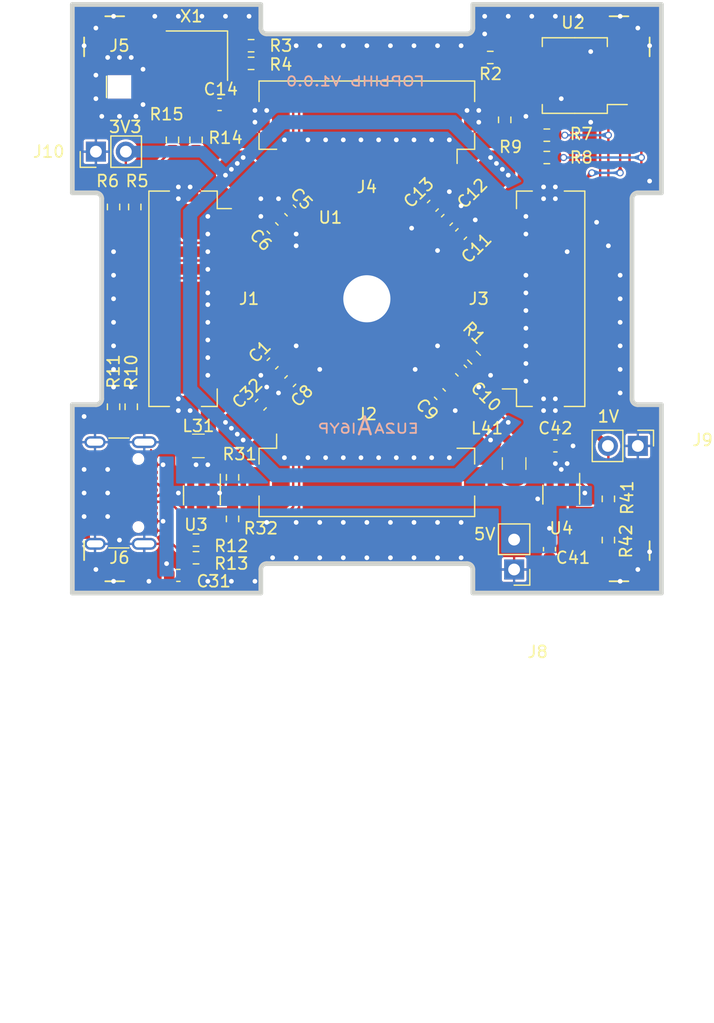
<source format=kicad_pcb>
(kicad_pcb (version 20240108) (generator "pcbnew") (generator_version "8.0")
  (layers (0 "F.Cu" signal) (31 "B.Cu" signal) (34 "B.Paste" user) (35 "F.Paste" user) (36 "B.SilkS" user "B.Silkscreen") (37 "F.SilkS" user "F.Silkscreen") (38 "B.Mask" user) (39 "F.Mask" user) (44 "Edge.Cuts" user))
  (net 0 "")
  (net 1 "+1V0")
  (net 2 "+3V3")
  (net 3 "GND")
  (net 4 "/South/IOB6_P")
  (net 5 "/South/IOB6_N")
  (net 6 "/South/IOB8_P")
  (net 7 "/North/IOT6_P")
  (net 8 "/South/IOB8_N")
  (net 9 "/South/IOB14_P")
  (net 10 "/South/IOB14_N")
  (net 11 "/South/IOB18_P")
  (net 12 "/South/IOB18_N")
  (net 13 "/South/IOB24_P")
  (net 14 "/South/IOB24_N")
  (net 16 "/South/IOB30_P")
  (net 17 "/South/IOB30_N")
  (net 18 "/North/IOT6_N")
  (net 19 "/North/IOT44_N")
  (net 20 "/North/IOT44_P")
  (net 21 "/North/IOT40_N")
  (net 22 "/North/IOT40_P")
  (net 23 "/North/IOT34_N")
  (net 24 "MSPI_CLK")
  (net 25 "MSPI_CS")
  (net 26 "MSPI_DI")
  (net 27 "MSPI_DO")
  (net 28 "MSPI_HOLD")
  (net 29 "MSPI_WP")
  (net 30 "/North/IOT34_P")
  (net 31 "+5V")
  (net 32 "Net-(U3-FB)")
  (net 33 "Net-(U4-FB)")
  (net 34 "Net-(U3-SW)")
  (net 35 "Net-(U4-SW)")
  (net 36 "/North/IOT30_N")
  (net 37 "/North/IOT30_P")
  (net 38 "/North/IOT27_N")
  (net 39 "/North/IOT27_P")
  (net 40 "/North/IOT17_N")
  (net 41 "/North/IOT17_P")
  (net 42 "/North/IOT4_N")
  (net 43 "/North/IOT4_P")
  (net 44 "/North/IOR30_N")
  (net 45 "/North/IOR30_P")
  (net 46 "/West/IOR26_P")
  (net 47 "/West/IOR26_N")
  (net 48 "/West/IOL29_P")
  (net 49 "/West/IOL47_P")
  (net 50 "/West/IOL47_N")
  (net 51 "/West/IOL49_P")
  (net 52 "/West/IOL49_N")
  (net 53 "/West/IOL51_P")
  (net 54 "/West/IOL51_N")
  (net 55 "Net-(J1-Pin_7)")
  (net 56 "Net-(J1-Pin_6)")
  (net 57 "Net-(J1-Pin_13)")
  (net 58 "Net-(J1-Pin_12)")
  (net 59 "Net-(J1-Pin_18)")
  (net 60 "/South/IOB34_P")
  (net 61 "/South/IOB34_N")
  (net 62 "/South/IOB40_P")
  (net 63 "/South/IOB40_N")
  (net 68 "Net-(J2-Pin_28)")
  (net 69 "Net-(J2-Pin_27)")
  (net 70 "/East/IOR49_N")
  (net 71 "/East/IOR49_P")
  (net 72 "/East/IOR38_N")
  (net 74 "Net-(J3-Pin_9)")
  (net 75 "/East/IOR38_P")
  (net 76 "Net-(J3-Pin_10)")
  (net 77 "/East/IOR36_N")
  (net 78 "/East/IOR36_P")
  (net 81 "/West/IOL29_N")
  (net 82 "Net-(X1-OUT)")
  (net 84 "Net-(J5-In)")
  (net 85 "Net-(J6-D+-PadA6)")
  (net 88 "Net-(J6-D--PadA7)")
  (net 89 "Net-(J6-CC1)")
  (net 90 "Net-(J6-CC2)")
  (net 91 "Net-(U1C-EXTR)")
  (footprint "AI6YP:R_0603_1608Metric" (layer "F.Cu") (at 60.5 95.5)
    (property "Reference" "R12")
    (property "Value" "0R")
  )
  (footprint "AI6YP:EMI-shield-clip-corner" (layer "F.Cu") (at 51 51)
    (property "Reference" "J30" (hide yes))
    (property "Value" "EMI-shield-clip-corner" (hide yes))
  )
  (footprint "AI6YP:R_0603_1608Metric" (layer "F.Cu") (at 95.5 95.5 -90)
    (property "Reference" "R42")
    (property "Value" "15K")
  )
  (footprint "AI6YP:R_0603_1608Metric" (layer "F.Cu") (at 55.3 67.2 -90)
    (property "Reference" "R5")
    (property "Value" "4k7")
  )
  (footprint "AI6YP:Hirose_FH12-30S-0.5SH_1x30-1MP_P0.50mm_Horizontal" (layer "F.Cu") (at 89 75 90)
    (property "Reference" "J3")
    (property "Value" "Conn_FFC_30")
  )
  (footprint "AI6YP:PinHeader_1x02_P2.54mm_Vertical" (layer "F.Cu") (at 98 87.5 -90)
    (property "Reference" "J9")
    (property "Value" "1V")
  )
  (footprint "AI6YP:PinHeader_1x02_P2.54mm_Vertical" (layer "F.Cu") (at 52 62.5 90)
    (property "Reference" "J10")
    (property "Value" "3V3")
  )
  (footprint "AI6YP:SO-8_5.3x6.2mm_P1.27mm" (layer "F.Cu") (at 92.65 56.035 180)
    (property "Reference" "U2")
    (property "Value" "W25Q128JVS" (hide yes))
  )
  (footprint "AI6YP:R_0603_1608Metric" (layer "F.Cu") (at 53.5 67.2 -90)
    (property "Reference" "R6")
    (property "Value" "4k7")
  )
  (footprint "AI6YP:R_0603_1608Metric" (layer "F.Cu") (at 90.275 63)
    (property "Reference" "R8")
    (property "Value" "4K7")
  )
  (footprint "AI6YP:EMI-shield-clip-corner" (layer "F.Cu") (at 51 99 90)
    (property "Reference" "J31" (hide yes))
    (property "Value" "EMI-shield-clip-corner" (hide yes))
  )
  (footprint "AI6YP:SOT-23-5" (layer "F.Cu") (at 91.5 91.6375 -90)
    (property "Reference" "U4")
    (property "Value" "MT3520B")
  )
  (footprint "AI6YP:SOT-23-5" (layer "F.Cu") (at 61 91.7 -90)
    (property "Reference" "U3")
    (property "Value" "MT3520B")
  )
  (footprint "AI6YP:C_0603_1608Metric" (layer "F.Cu") (at 67 69 135)
    (property "Reference" "C6")
    (property "Value" "22uF")
  )
  (footprint "AI6YP:U.FL_Hirose_U.FL-R-SMT-1_Vertical" (layer "F.Cu") (at 54 57 180)
    (property "Reference" "J5")
    (property "Value" "Conn_Coaxial")
  )
  (footprint "AI6YP:C_0603_1608Metric" (layer "F.Cu") (at 68.5 82 -135)
    (property "Reference" "C8")
    (property "Value" "22uF")
  )
  (footprint "AI6YP:R_0603_1608Metric" (layer "F.Cu") (at 63.6 93.7 -90)
    (property "Reference" "R32")
    (property "Value" "15K")
  )
  (footprint "AI6YP:Hirose_FH12-30S-0.5SH_1x30-1MP_P0.50mm_Horizontal" (layer "F.Cu") (at 61 75 -90)
    (property "Reference" "J1")
    (property "Value" "Conn_FFC_30")
  )
  (footprint "AI6YP:Crystal_SMD_EuroQuartz_MT-4Pin_3.2x2.5mm_HandSoldering" (layer "F.Cu") (at 60.575 54.35 180)
    (property "Reference" "X1")
    (property "Value" "osc_4pin_3.2_2.5")
  )
  (footprint "AI6YP:R_0603_1608Metric" (layer "F.Cu") (at 60.5 61.5 -90)
    (property "Reference" "R14")
    (property "Value" "22")
  )
  (footprint "AI6YP:QFN-88-10x10mm-P0.4mm-EP6.74x6.74mm" (layer "F.Cu") (at 75 75)
    (property "Reference" "U1")
    (property "Value" "~")
  )
  (footprint "AI6YP:C_0603_1608Metric" (layer "F.Cu") (at 90.5 96.275 -90)
    (property "Reference" "C41")
    (property "Value" "10uF")
  )
  (footprint "AI6YP:R_0603_1608Metric" (layer "F.Cu") (at 95.5 92 -90)
    (property "Reference" "R41")
    (property "Value" "10K")
  )
  (footprint "AI6YP:C_0603_1608Metric" (layer "F.Cu") (at 80.6 67.1 45)
    (property "Reference" "C13")
    (property "Value" "22uF")
  )
  (footprint "AI6YP:Hirose_FH12-30S-0.5SH_1x30-1MP_P0.50mm_Horizontal" (layer "F.Cu") (at 75 89)
    (property "Reference" "J2")
    (property "Value" "Conn_FFC_30")
  )
  (footprint "AI6YP:C_0603_1608Metric" (layer "F.Cu") (at 83 69.5 45)
    (property "Reference" "C11")
    (property "Value" "22uF")
  )
  (footprint "AI6YP:C_0603_1608Metric" (layer "F.Cu") (at 66 84 45)
    (property "Reference" "C32")
    (property "Value" "22uF")
  )
  (footprint "AI6YP:R_0603_1608Metric" (layer "F.Cu") (at 53.5 84.175 90)
    (property "Reference" "R11")
    (property "Value" "5.1K")
  )
  (footprint "AI6YP:R_0603_1608Metric" (layer "F.Cu") (at 60.5 97)
    (property "Reference" "R13")
    (property "Value" "0R")
  )
  (footprint "AI6YP:Hirose_FH12-30S-0.5SH_1x30-1MP_P0.50mm_Horizontal" (layer "F.Cu") (at 75 61 180)
    (property "Reference" "J4")
    (property "Value" "Conn_FFC_30")
  )
  (footprint "AI6YP:C_0603_1608Metric" (layer "F.Cu") (at 81.8 68.3 45)
    (property "Reference" "C12")
    (property "Value" "22uF")
  )
  (footprint "AI6YP:EMI-shield-clip-corner" (layer "F.Cu") (at 99 99 180)
    (property "Reference" "J32" (hide yes))
    (property "Value" "EMI-shield-clip-corner" (hide yes))
  )
  (footprint "AI6YP:R_0603_1608Metric" (layer "F.Cu") (at 55 84.175 90)
    (property "Reference" "R10")
    (property "Value" "5.1K")
  )
  (footprint "AI6YP:C_0603_1608Metric" (layer "F.Cu") (at 81.2 83.1 -45)
    (property "Reference" "C9")
    (property "Value" "22uF")
  )
  (footprint "AI6YP:USB_C_Receptacle_GCT_USB4105-xx-A_16P_TopMnt_Horizontal" (layer "F.Cu") (at 53 91.5 -90)
    (property "Reference" "J6")
    (property "Value" "USB_C_Receptacle_USB2.0_16P")
  )
  (footprint "AI6YP:C_0603_1608Metric" (layer "F.Cu") (at 68.5 67.5 135)
    (property "Reference" "C5")
    (property "Value" "22uF")
  )
  (footprint "AI6YP:R_0603_1608Metric" (layer "F.Cu") (at 63.6 90.175 -90)
    (property "Reference" "R31")
    (property "Value" "68K")
  )
  (footprint "AI6YP:PinHeader_1x02_P2.54mm_Vertical" (layer "F.Cu") (at 87.5 98 180)
    (property "Reference" "J8")
    (property "Value" "5V")
  )
  (footprint "AI6YP:R_0603_1608Metric" (layer "F.Cu") (at 65.175 55)
    (property "Reference" "R4")
    (property "Value" "1K")
  )
  (footprint "AI6YP:C_0603_1608Metric" (layer "F.Cu") (at 83 81.1 -45)
    (property "Reference" "C10")
    (property "Value" "22uF")
  )
  (footprint "AI6YP:C_0603_1608Metric" (layer "F.Cu") (at 62.5 58.5)
    (property "Reference" "C14")
    (property "Value" "1uF")
  )
  (footprint "AI6YP:L_0805_2012Metric_Pad1.05x1.20mm_HandSolder" (layer "F.Cu") (at 60.7 87.5)
    (property "Reference" "L31")
    (property "Value" "2.2uH")
  )
  (footprint "AI6YP:R_0603_1608Metric" (layer "F.Cu") (at 65.175 53.5)
    (property "Reference" "R3")
    (property "Value" "1K")
  )
  (footprint "AI6YP:R_0603_1608Metric" (layer "F.Cu") (at 58.5 61.5 -90)
    (property "Reference" "R15")
    (property "Value" "22")
  )
  (footprint "AI6YP:L_0805_2012Metric_Pad1.05x1.20mm_HandSolder" (layer "F.Cu") (at 87.5 89 90)
    (property "Reference" "L41")
    (property "Value" "2.2uH")
  )
  (footprint "AI6YP:C_0603_1608Metric" (layer "F.Cu") (at 59 98.5)
    (property "Reference" "C31")
    (property "Value" "10uF")
  )
  (footprint "AI6YP:C_0603_1608Metric" (layer "F.Cu") (at 91 87.5)
    (property "Reference" "C42")
    (property "Value" "22uF")
  )
  (footprint "AI6YP:EMI-shield-clip-corner" (layer "F.Cu") (at 99 51 -90)
    (property "Reference" "J33" (hide yes))
    (property "Value" "EMI-shield-clip-corner" (hide yes))
  )
  (footprint "AI6YP:R_0603_1608Metric" (layer "F.Cu") (at 86.7 59.8 -90)
    (property "Reference" "R9")
    (property "Value" "4K7")
  )
  (footprint "AI6YP:R_0603_1608Metric" (layer "F.Cu") (at 90.275 61.1)
    (property "Reference" "R7")
    (property "Value" "4k7")
  )
  (footprint "AI6YP:R_0603_1608Metric" (layer "F.Cu") (at 84.1 80 135)
    (property "Reference" "R1")
    (property "Value" "10K")
  )
  (footprint "AI6YP:R_0603_1608Metric" (layer "F.Cu") (at 85.475 54.5 180)
    (property "Reference" "R2")
    (property "Value" "1K")
  )
  (footprint "AI6YP:C_0603_1608Metric" (layer "F.Cu") (at 67 80.5 -135)
    (property "Reference" "C1")
    (property "Value" "22uF")
  )
  (gr_poly (pts (xy 84.5 64.5) (xy 84.5 63.5) (xy 85.5 62.5) (xy 86.5 62.5) (xy 87.5 63.5) (xy 87.5 64.5) (xy 86.5 65.5) (xy 85.5 65.5)) (stroke (width 0.2)) (fill solid) (layer "F.Cu") (net 2))
  (gr_poly (pts (xy 62.5 86.5) (xy 62.5 85.5) (xy 63.5 84.5) (xy 64.5 84.5) (xy 65.5 85.5) (xy 65.5 86.5) (xy 64.5 87.5) (xy 63.5 87.5)) (stroke (width 0.2)) (fill solid) (layer "F.Cu") (net 2))
  (gr_poly (pts (xy 62.5 64.5) (xy 62.5 63.5) (xy 63.5 62.5) (xy 64.5 62.5) (xy 65.5 63.5) (xy 65.5 64.5) (xy 64.5 65.5) (xy 63.5 65.5)) (stroke (width 0.2)) (fill solid) (layer "F.Cu") (net 2))
  (gr_poly (pts (xy 87 85) (xy 88 85.5) (xy 83 90.5) (xy 67 90.5) (xy 59.5 83) (xy 59.5 67.5) (xy 67.5 59.5) (xy 82.5 59.5) (xy 88 65) (xy 87 65.5) (xy 82 60.5) (xy 68 60.5) (xy 60.5 68) (xy 60.5 82.5) (xy 67.5 89.5) (xy 82.5 89.5)) (stroke (width 0.2)) (fill solid) (layer "B.Cu") (net 2))
  (gr_poly (pts (xy 57.5 88.5) (xy 58.5 88.5) (xy 58.5 91) (xy 94 91) (xy 94 92.5) (xy 91 92.5) (xy 91 96.5) (xy 86.5 96.5) (xy 86.5 92.5) (xy 58.5 92.5) (xy 58.5 98.5) (xy 57.5 98.5)) (stroke (width 0.2)) (fill solid) (layer "B.Cu") (net 31))
  (gr_arc (start 84 52) (mid 83.853553 52.353553) (end 83.5 52.5) (stroke (width 0.4)) (layer "Edge.Cuts"))
  (gr_line (start 66 98) (end 66 100) (stroke (width 0.4)) (layer "Edge.Cuts"))
  (gr_line (start 50 100) (end 50 84) (stroke (width 0.4)) (layer "Edge.Cuts"))
  (gr_line (start 100 66) (end 98 66) (stroke (width 0.4)) (layer "Edge.Cuts"))
  (gr_line (start 52 84) (end 50 84) (stroke (width 0.4)) (layer "Edge.Cuts"))
  (gr_line (start 83.5 97.5) (end 66.5 97.5) (stroke (width 0.4)) (layer "Edge.Cuts"))
  (gr_line (start 52.5 83.5) (end 52.5 66.5) (stroke (width 0.4)) (layer "Edge.Cuts"))
  (gr_line (start 100 84) (end 98 84) (stroke (width 0.4)) (layer "Edge.Cuts"))
  (gr_line (start 97.5 83.5) (end 97.5 66.5) (stroke (width 0.4)) (layer "Edge.Cuts"))
  (gr_line (start 100 66) (end 100 50) (stroke (width 0.4)) (layer "Edge.Cuts"))
  (gr_arc (start 52 66) (mid 52.353553 66.146447) (end 52.5 66.5) (stroke (width 0.4)) (layer "Edge.Cuts"))
  (gr_line (start 83.5 52.5) (end 66.5 52.5) (stroke (width 0.4)) (layer "Edge.Cuts"))
  (gr_line (start 66 50) (end 50 50) (stroke (width 0.4)) (layer "Edge.Cuts"))
  (gr_line (start 84 98) (end 84 100) (stroke (width 0.4)) (layer "Edge.Cuts"))
  (gr_line (start 66 50) (end 66 52) (stroke (width 0.4)) (layer "Edge.Cuts"))
  (gr_line (start 50 66) (end 50 50) (stroke (width 0.4)) (layer "Edge.Cuts"))
  (gr_arc (start 52.5 83.5) (mid 52.353553 83.853553) (end 52 84) (stroke (width 0.4)) (layer "Edge.Cuts"))
  (gr_arc (start 98 84) (mid 97.646447 83.853553) (end 97.5 83.5) (stroke (width 0.4)) (layer "Edge.Cuts"))
  (gr_line (start 100 100) (end 84 100) (stroke (width 0.4)) (layer "Edge.Cuts"))
  (gr_arc (start 83.5 97.5) (mid 83.853553 97.646447) (end 84 98) (stroke (width 0.4)) (layer "Edge.Cuts"))
  (gr_arc (start 97.5 66.5) (mid 97.646447 66.146447) (end 98 66) (stroke (width 0.4)) (layer "Edge.Cuts"))
  (gr_line (start 52 66) (end 50 66) (stroke (width 0.4)) (layer "Edge.Cuts"))
  (gr_line (start 100 50) (end 84 50) (stroke (width 0.4)) (layer "Edge.Cuts"))
  (gr_line (start 100 100) (end 100 84) (stroke (width 0.4)) (layer "Edge.Cuts"))
  (gr_line (start 66 100) (end 50 100) (stroke (width 0.4)) (layer "Edge.Cuts"))
  (gr_line (start 84 50) (end 84 52) (stroke (width 0.4)) (layer "Edge.Cuts"))
  (gr_arc (start 66.5 52.5) (mid 66.146447 52.353553) (end 66 52) (stroke (width 0.4)) (layer "Edge.Cuts"))
  (gr_arc (start 66 98) (mid 66.146447 97.646447) (end 66.5 97.5) (stroke (width 0.4)) (layer "Edge.Cuts"))
  (gr_text "EU2A  I6YP" (at 79.5 86.5 0) (layer "B.SilkS") (effects (font (size 0.8 1) (thickness 0.15) (bold yes)) (justify left bottom mirror)))
  (gr_text "ГОРЫНЬ V1.0.0" (at 80 57 0) (layer "B.SilkS") (effects (font (size 0.8 1) (thickness 0.15) (bold yes)) (justify left bottom mirror)))
  (gr_text "A" (at 75.6 86.7 0) (layer "B.SilkS") (effects (font (size 1.5 1.5) (thickness 0.2) (bold yes)) (justify left bottom mirror)))
  (segment (start 81.7 81.303984) (end 81.7 81.7) (width 0.6) (layer "F.Cu") (net 1))
  (segment (start 78.6 79) (end 71.4 79) (width 0.4) (layer "F.Cu") (net 1))
  (segment (start 71.2 78.8) (end 71 78.6) (width 0.4) (layer "F.Cu") (net 1))
  (segment (start 81.601992 81.101992) (end 80 79.5) (width 0.4) (layer "F.Cu") (net 1))
  (segment (start 69.248008 79.951992) (end 70 79.2) (width 0.2) (layer "F.Cu") (net 1))
  (segment (start 80 77.2) (end 79 77.2) (width 0.2) (layer "F.Cu") (net 1))
  (segment (start 70.6 70.8) (end 70 70.8) (width 0.2) (layer "F.Cu") (net 1))
  (segment (start 79 77.2) (end 79 74.7) (width 0.4) (layer "F.Cu") (net 1))
  (segment (start 69.048008 68.048008) (end 70 69) (width 0.2) (layer "F.Cu") (net 1))
  (segment (start 78.8 71.55364) (end 78.8 74.5) (width 0.2) (layer "F.Cu") (net 1))
  (segment (start 80 79.2) (end 79.2 79.2) (width 0.2) (layer "F.Cu") (net 1))
  (segment (start 70 79.2) (end 70.8 79.2) (width 0.2) (layer "F.Cu") (net 1))
  (segment (start 70 69) (end 70 70.8) (width 0.2) (layer "F.Cu") (net 1))
  (segment (start 82.451992 80.551992) (end 81.901992 81.101992) (width 0.4) (layer "F.Cu") (net 1))
  (segment (start 90.225 86.875) (end 90.225 87.5) (width 0.5) (layer "F.Cu") (net 1))
  (segment (start 79 78.6) (end 79 77.2) (width 0.4) (layer "F.Cu") (net 1))
  (segment (start 79.2 79.2) (end 78.8 78.8) (width 0.2) (layer "F.Cu") (net 1))
  (segment (start 67.548008 79.951992) (end 69.248008 79.951992) (width 0.2) (layer "F.Cu") (net 1))
  (segment (start 71.2 71.4) (end 70.6 70.8) (width 0.2) (layer "F.Cu") (net 1))
  (segment (start 70.8 79.2) (end 71.2 78.8) (width 0.2) (layer "F.Cu") (net 1))
  (segment (start 71 78.6) (end 71 76) (width 0.4) (layer "F.Cu") (net 1))
  (segment (start 82.451992 80.551992) (end 81.7 81.303984) (width 0.6) (layer "F.Cu") (net 1))
  (segment (start 94.26 86.3) (end 90.8 86.3) (width 0.5) (layer "F.Cu") (net 1))
  (segment (start 80 70.8) (end 81.351992 69.448008) (width 0.2) (layer "F.Cu") (net 1))
  (segment (start 71 76) (end 70 76) (width 0.2) (layer "F.Cu") (net 1))
  (segment (start 81.351992 69.448008) (end 81.351992 68.948008) (width 0.2) (layer "F.Cu") (net 1))
  (segment (start 80 79.2) (end 80 79.5) (width 0.2) (layer "F.Cu") (net 1))
  (segment (start 71.2 75.8) (end 71.2 71.4) (width 0.2) (layer "F.Cu") (net 1))
  (segment (start 95.5 91.175) (end 95.5 87.54) (width 0.2) (layer "F.Cu") (net 1))
  (segment (start 90.8 86.3) (end 90.225 86.875) (width 0.5) (layer "F.Cu") (net 1))
  (segment (start 78.8 78.8) (end 79 78.6) (width 0.4) (layer "F.Cu") (net 1))
  (segment (start 78.8 74.5) (end 79 74.7) (width 0.2) (layer "F.Cu") (net 1))
  (segment (start 87.5 87.5) (end 87.5 87.8) (width 0.8) (layer "F.Cu") (net 1))
  (segment (start 70 79.2) (end 69.8 79.2) (width 0.2) (layer "F.Cu") (net 1))
  (segment (start 71.4 79) (end 71.2 78.8) (width 0.4) (layer "F.Cu") (net 1))
  (segment (start 78.8 78.8) (end 78.6 79) (width 0.4) (layer "F.Cu") (net 1))
  (segment (start 80 70.8) (end 79.55364 70.8) (width 0.2) (layer "F.Cu") (net 1))
  (segment (start 87.8 87.5) (end 87.5 87.8) (width 0.5) (layer "F.Cu") (net 1))
  (segment (start 90.225 87.5) (end 87.8 87.5) (width 0.5) (layer "F.Cu") (net 1))
  (segment (start 95.46 87.5) (end 94.26 86.3) (width 0.5) (layer "F.Cu") (net 1))
  (segment (start 81.825 81.825) (end 87.5 87.5) (width 0.8) (layer "F.Cu") (net 1))
  (segment (start 95.5 87.54) (end 95.46 87.5) (width 0.2) (layer "F.Cu") (net 1))
  (segment (start 79.55364 70.8) (end 78.8 71.55364) (width 0.2) (layer "F.Cu") (net 1))
  (segment (start 81.901992 81.101992) (end 81.601992 81.101992) (width 0.4) (layer "F.Cu") (net 1))
  (segment (start 71 76) (end 71.2 75.8) (width 0.2) (layer "F.Cu") (net 1))
  (segment (start 83.5 70.5) (end 85.4 68.6) (width 0.2) (layer "F.Cu") (net 2))
  (segment (start 70.8 75.2) (end 70 75.2) (width 0.2) (layer "F.Cu") (net 2))
  (segment (start 63 64.5) (end 64 65.5) (width 0.2) (layer "F.Cu") (net 2))
  (segment (start 79.2 70) (end 80.051992 69.148008) (width 0.2) (layer "F.Cu") (net 2))
  (segment (start 80.051992 67.648008) (end 79.5 67.096016) (width 0.2) (layer "F.Cu") (net 2))
  (segment (start 83.4 86) (end 82.25 87.15) (width 0.2) (layer "F.Cu") (net 2))
  (segment (start 89.45 61.1) (end 88.975 60.625) (width 0.2) (layer "F.Cu") (net 2))
  (segment (start 61.725 58.5) (end 61.725 55.775) (width 0.2) (layer "F.Cu") (net 2))
  (segment (start 79.5 66.6) (end 81.6 64.5) (width 0.2) (layer "F.Cu") (net 2))
  (segment (start 89.45 57.705) (end 89.45 61.1) (width 0.2) (layer "F.Cu") (net 2))
  (segment (start 84.5 86) (end 83.4 86) (width 0.2) (layer "F.Cu") (net 2))
  (segment (start 69.5 81.903984) (end 69.5 83) (width 0.2) (layer "F.Cu") (net 2))
  (segment (start 69.048008 81.451992) (end 69.5 81.903984) (width 0.2) (layer "F.Cu") (net 2))
  (segment (start 89.15 57.94) (end 89.45 58.24) (width 0.2) (layer "F.Cu") (net 2))
  (segment (start 70 71.6) (end 70.8 71.6) (width 0.2) (layer "F.Cu") (net 2))
  (segment (start 86 64) (end 83.4 64) (width 0.2) (layer "F.Cu") (net 2))
  (segment (start 54.54 64.46) (end 54.54 62.5) (width 0.2) (layer "F.Cu") (net 2))
  (segment (start 63.6 89.2) (end 63.6 88.35) (width 0.2) (layer "F.Cu") (net 2))
  (segment (start 70.5 80) (end 70.8 80) (width 0.2) (layer "F.Cu") (net 2))
  (segment (start 80.051992 69.148008) (end 80.051992 67.648008) (width 0.2) (layer "F.Cu") (net 2))
  (segment (start 89.45 63) (end 89.45 61.1) (width 0.2) (layer "F.Cu") (net 2))
  (segment (start 85.4 68.6) (end 85.4 65.1) (width 0.2) (layer "F.Cu") (net 2))
  (segment (start 64 83.4) (end 62.85 82.25) (width 0.2) (layer "F.Cu") (net 2))
  (segment (start 74.8 71) (end 74.8 70) (width 0.2) (layer "F.Cu") (net 2))
  (segment (start 69.048008 81.451992) (end 70.5 80) (width 0.2) (layer "F.Cu") (net 2))
  (segment (start 86 84.5) (end 86 83.4) (width 0.2) (layer "F.Cu") (net 2))
  (segment (start 79.2 71.95364) (end 79.2 73.64636) (width 0.2) (layer "F.Cu") (net 2))
  (segment (start 82.451992 70.048008) (end 82.903984 70.5) (width 0.2) (layer "F.Cu") (net 2))
  (segment (start 66.6 64) (end 67.75 62.85) (width 0.2) (layer "F.Cu") (net 2))
  (segment (start 64.5 68.048008) (end 64.5 64.5) (width 0.2) (layer "F.Cu") (net 2))
  (segment (start 64 65.5) (end 64 66.6) (width 0.2) (layer "F.Cu") (net 2))
  (segment (start 65.5 86) (end 66.6 86) (width 0.2) (layer "F.Cu") (net 2))
  (segment (start 65.5 64) (end 66.6 64) (width 0.2) (layer "F.Cu") (net 2))
  (segment (start 67.548008 70.109776) (end 69.038232 71.6) (width 0.2) (layer "F.Cu") (net 2))
  (segment (start 64 86) (end 65.451992 84.548008) (width 0.5) (layer "F.Cu") (net 2))
  (segment (start 78.7 71) (end 74.8 71) (width 0.2) (layer "F.Cu") (net 2))
  (segment (start 64 84.5) (end 64 83.4) (width 0.2) (layer "F.Cu") (net 2))
  (segment (start 80 71.6) (end 81.461768 71.6) (width 0.2) (layer "F.Cu") (net 2))
  (segment (start 66.6 86) (end 67.75 87.15) (width 0.2) (layer "F.Cu") (net 2))
  (segment (start 82.451992 70.609776) (end 82.451992 70.048008) (width 0.2) (layer "F.Cu") (net 2))
  (segment (start 64 63) (end 61.725 60.725) (width 0.2) (layer "F.Cu") (net 2))
  (segment (start 79.2 80) (end 79.5 80) (width 0.2) (layer "F.Cu") (net 2))
  (segment (start 64 86) (end 63.4 86) (width 0.2) (layer "F.Cu") (net 2))
  (segment (start 70.8 71.6) (end 70.8 75.2) (width 0.2) (layer "F.Cu") (net 2))
  (segment (start 61.725 55.775) (end 62 55.5) (width 0.2) (layer "F.Cu") (net 2))
  (segment (start 79.5 80) (end 80.651992 81.151992) (width 0.2) (layer "F.Cu") (net 2))
  (segment (start 62.9 64.4) (end 62.85 64.45) (width 0.2) (layer "F.Cu") (net 2))
  (segment (start 79.2 70.5) (end 78.7 71) (width 0.2) (layer "F.Cu") (net 2))
  (segment (start 63.6 88.35) (end 62.75 87.5) (width 0.2) (layer "F.Cu") (net 2))
  (segment (start 86.7 60.625) (end 86.7 61.7) (width 0.2) (layer "F.Cu") (net 2))
  (segment (start 82.903984 70.5) (end 83.5 70.5) (width 0.2) (layer "F.Cu") (net 2))
  (segment (start 69.038232 71.6) (end 70 71.6) (width 0.2) (layer "F.Cu") (net 2))
  (segment (start 64.5 64.5) (end 64 64) (width 0.2) (layer "F.Cu") (net 2))
  (segment (start 86 64) (end 86 66.6) (width 0.2) (layer "F.Cu") (net 2))
  (segment (start 80 83.203984) (end 80 83.75) (width 0.2) (layer "F.Cu") (net 2))
  (segment (start 64 64) (end 64 63) (width 0.2) (layer "F.Cu") (net 2))
  (segment (start 62.75 87.5) (end 61.9 87.5) (width 0.2) (layer "F.Cu") (net 2))
  (segment (start 67.096016 70) (end 66.451992 70) (width 0.2) (layer "F.Cu") (net 2))
  (segment (start 82.25 86) (end 82.25 87.15) (width 0.2) (layer "F.Cu") (net 2))
  (segment (start 62.9 64.4) (end 64 65.5) (width 0.2) (layer "F.Cu") (net 2))
  (segment (start 88.975 60.625) (end 86.7 60.625) (width 0.2) (layer "F.Cu") (net 2))
  (segment (start 86.1 63.4) (end 86.6 63.9) (width 0.2) (layer "F.Cu") (net 2))
  (segment (start 63 85.5) (end 64 84.5) (width 0.2) (layer "F.Cu") (net 2))
  (segment (start 53.5 65.5) (end 54.54 64.46) (width 0.2) (layer "F.Cu") (net 2))
  (segment (start 69.5 83) (end 67 85.5) (width 0.2) (layer "F.Cu") (net 2))
  (segment (start 79.2 70.5) (end 79.2 70) (width 0.2) (layer "F.Cu") (net 2))
  (segment (start 67.548008 69.548008) (end 67.548008 70.109776) (width 0.2) (layer "F.Cu") (net 2))
  (segment (start 83.4 64) (end 82.25 62.85) (width 0.2) (layer "F.Cu") (net 2))
  (segment (start 81.6 64.5) (end 85 64.5) (width 0.2) (layer "F.Cu") (net 2))
  (segment (start 79.55364 74) (end 80 74) (width 0.2) (layer "F.Cu") (net 2))
  (segment (start 87 85.5) (end 86 84.5) (width 0.2) (layer "F.Cu") (net 2))
  (segment (start 85.5 87) (end 84.5 86) (width 0.2) (layer "F.Cu") (net 2))
  (segment (start 85.4 65.1) (end 86.6 63.9) (width 0.2) (layer "F.Cu") (net 2))
  (segment (start 79.2 73.64636) (end 79.55364 74) (width 0.2) (layer "F.Cu") (net 2))
  (segment (start 64.5 85.5) (end 64 86) (width 0.2) (layer "F.Cu") (net 2))
  (segment (start 86 83.4) (end 87.15 82.25) (width 0.2) (layer "F.Cu") (net 2))
  (segment (start 67.548008 69.548008) (end 67.096016 70) (width 0.2) (layer "F.Cu") (net 2))
  (segment (start 86 66.6) (end 87.15 67.75) (width 0.2) (layer "F.Cu") (net 2))
  (segment (start 53.5 66.375) (end 53.5 65.5) (width 0.2) (layer "F.Cu") (net 2))
  (segment (start 64.5 63) (end 65.5 64) (width 0.2) (layer "F.Cu") (net 2))
  (segment (start 80.651992 81.151992) (end 80.651992 82.551992) (width 0.2) (layer "F.Cu") (net 2))
  (segment (start 67 85.5) (end 64.5 85.5) (width 0.2) (layer "F.Cu") (net 2))
  (segment (start 80 71.6) (end 79.55364 71.6) (width 0.2) (layer "F.Cu") (net 2))
  (segment (start 80.651992 82.551992) (end 80 83.203984) (width 0.2) (layer "F.Cu") (net 2))
  (segment (start 85 64.5) (end 86.1 63.4) (width 0.2) (layer "F.Cu") (net 2))
  (segment (start 79.5 67.096016) (end 79.5 66.6) (width 0.2) (layer "F.Cu") (net 2))
  (segment (start 66.451992 70) (end 64.5 68.048008) (width 0.2) (layer "F.Cu") (net 2))
  (segment (start 64.5 87) (end 65.5 86) (width 0.2) (layer "F.Cu") (net 2))
  (segment (start 85.55 62.85) (end 86.1 63.4) (width 0.2) (layer "F.Cu") (net 2))
  (segment (start 80 83.75) (end 82.25 86) (width 0.2) (layer "F.Cu") (net 2))
  (segment (start 79.55364 71.6) (end 79.2 71.95364) (width 0.2) (layer "F.Cu") (net 2))
  (segment (start 64 66.6) (end 62.85 67.75) (width 0.2) (layer "F.Cu") (net 2))
  (segment (start 61.9 87.5) (end 63.4 86) (width 0.6) (layer "F.Cu") (net 2))
  (segment (start 86.6 63.9) (end 87.15 64.45) (width 0.2) (layer "F.Cu") (net 2))
  (segment (start 81.461768 71.6) (end 82.451992 70.609776) (width 0.2) (layer "F.Cu") (net 2))
  (segment (start 86.7 61.7) (end 85.55 62.85) (width 0.2) (layer "F.Cu") (net 2))
  (segment (start 61.725 60.725) (end 61.725 58.5) (width 0.2) (layer "F.Cu") (net 2))
  (via (at 86 63.5) (size 0.6) (drill 0.4) (layers "F.Cu" "B.Cu") (net 2))
  (via (at 64 63.5) (size 0.6) (drill 0.4) (layers "F.Cu" "B.Cu") (net 2))
  (via (at 87 64.5) (size 0.6) (drill 0.4) (layers "F.Cu" "B.Cu") (net 2))
  (via (at 87 85.5) (size 0.6) (drill 0.4) (layers "F.Cu" "B.Cu") (net 2))
  (via (at 63 85.5) (size 0.6) (drill 0.4) (layers "F.Cu" "B.Cu") (net 2))
  (via (at 85.5 63) (size 0.6) (drill 0.4) (layers "F.Cu" "B.Cu") (net 2))
  (via (at 64 86.5) (size 0.6) (drill 0.4) (layers "F.Cu" "B.Cu") (net 2))
  (via (at 63 64.5) (size 0.6) (drill 0.4) (layers "F.Cu" "B.Cu") (net 2))
  (via (at 64.5 63) (size 0.6) (drill 0.4) (layers "F.Cu" "B.Cu") (net 2))
  (via (at 86.5 64) (size 0.6) (drill 0.4) (layers "F.Cu" "B.Cu") (net 2))
  (via (at 63.5 64) (size 0.6) (drill 0.4) (layers "F.Cu" "B.Cu") (net 2))
  (via (at 85.5 87) (size 0.6) (drill 0.4) (layers "F.Cu" "B.Cu") (net 2))
  (via (at 63.5 86) (size 0.6) (drill 0.4) (layers "F.Cu" "B.Cu") (net 2))
  (via (at 64.5 87) (size 0.6) (drill 0.4) (layers "F.Cu" "B.Cu") (net 2))
  (segment (start 63 64.5) (end 61 62.5) (width 1) (layer "B.Cu") (net 2))
  (segment (start 61 62.5) (end 54.54 62.5) (width 1) (layer "B.Cu") (net 2))
  (segment (start 57.18 94.75) (end 56.25 94.75) (width 0.2) (layer "F.Cu") (net 3))
  (segment (start 75.587954 75) (end 75.1 75) (width 0.2) (layer "F.Cu") (net 3))
  (segment (start 65.85 90.65) (end 65.4 91.1) (width 0.2) (layer "F.Cu") (net 3))
  (segment (start 65.85 90.4) (end 65.85 90.65) (width 0.2) (layer "F.Cu") (net 3))
  (segment (start 75.1 75) (end 75 75) (width 0.2) (layer "F.Cu") (net 3))
  (via (at 84.2 68.3) (size 0.6) (drill 0.4) (layers "F.Cu" "B.Cu") (net 3))
  (via (at 85 51) (size 0.6) (drill 0.4) (layers "F.Cu" "B.Cu") (net 3))
  (via (at 96.5 51) (size 0.6) (drill 0.4) (layers "F.Cu" "B.Cu") (net 3))
  (via (at 81 70.9) (size 0.6) (drill 0.4) (layers "F.Cu" "B.Cu") (net 3))
  (via (at 88.5 77.5) (size 0.6) (drill 0.4) (layers "F.Cu" "B.Cu") (net 3))
  (via (at 81 79) (size 0.6) (drill 0.4) (layers "F.Cu" "B.Cu") (net 3))
  (via (at 71 53.5) (size 0.6) (drill 0.4) (layers "F.Cu" "B.Cu") (net 3))
  (via (at 54 95.5) (size 0.6) (drill 0.4) (layers "F.Cu" "B.Cu") (net 3))
  (via (at 96.5 99) (size 0.6) (drill 0.4) (layers "F.Cu" "B.Cu") (net 3))
  (via (at 77.5 88.5) (size 0.6) (drill 0.4) (layers "F.Cu" "B.Cu") (net 3))
  (via (at 51 85) (size 0.6) (drill 0.4) (layers "F.Cu" "B.Cu") (net 3))
  (via (at 67.5 66.5) (size 0.6) (drill 0.4) (layers "F.Cu" "B.Cu") (net 3))
  (via (at 70 61.5) (size 0.6) (drill 0.4) (layers "F.Cu" "B.Cu") (net 3))
  (via (at 91.5 58) (size 0.6) (drill 0.4) (layers "F.Cu" "B.Cu") (net 3))
  (via (at 71 94) (size 0.6) (drill 0.4) (layers "F.Cu" "B.Cu") (net 3))
  (via (at 77.5 61.5) (size 0.6) (drill 0.4) (layers "F.Cu" "B.Cu") (net 3))
  (via (at 88.5 59.5) (size 0.6) (drill 0.4) (layers "F.Cu" "B.Cu") (net 3))
  (via (at 61.5 71) (size 0.6) (drill 0.4) (layers "F.Cu" "B.Cu") (net 3))
  (via (at 61.5 69.5) (size 0.6) (drill 0.4) (layers "F.Cu" "B.Cu") (net 3))
  (via (at 79 53.5) (size 0.6) (drill 0.4) (layers "F.Cu" "B.Cu") (net 3))
  (via (at 55 54.5) (size 0.6) (drill 0.4) (layers "F.Cu" "B.Cu") (net 3))
  (via (at 61.5 78.5) (size 0.6) (drill 0.4) (layers "F.Cu" "B.Cu") (net 3))
  (via (at 82 88.5) (size 0.6) (drill 0.4) (layers "F.Cu" "B.Cu") (net 3))
  (via (at 83 53.5) (size 0.6) (drill 0.4) (layers "F.Cu" "B.Cu") (net 3))
  (via (at 84.5 82.5) (size 0.6) (drill 0.4) (layers "F.Cu" "B.Cu") (net 3))
  (via (at 53.5 99) (size 0.6) (drill 0.4) (layers "F.Cu" "B.Cu") (net 3))
  (via (at 79 94) (size 0.6) (drill 0.4) (layers "F.Cu" "B.Cu") (net 3))
  (via (at 83.5 59) (size 0.6) (drill 0.4) (layers "F.Cu" "B.Cu") (net 3))
  (via (at 68 61.5) (size 0.6) (drill 0.4) (layers "F.Cu" "B.Cu") (net 3))
  (via (at 61.5 72.5) (size 0.6) (drill 0.4) (layers "F.Cu" "B.Cu") (net 3))
  (via (at 51 91.5) (size 0.6) (drill 0.4) (layers "F.Cu" "B.Cu") (net 3))
  (via (at 61.5 89.1) (size 0.6) (drill 0.4) (layers "F.Cu" "B.Cu") (net 3))
  (via (at 81 53.5) (size 0.6) (drill 0.4) (layers "F.Cu" "B.Cu") (net 3))
  (via (at 69 53.5) (size 0.6) (drill 0.4) (layers "F.Cu" "B.Cu") (net 3))
  (via (at 81 97) (size 0.6) (drill 0.4) (layers "F.Cu" "B.Cu") (net 3))
  (via (at 82.5 84.5) (size 0.6) (drill 0.4) (layers "F.Cu" "B.Cu") (net 3))
  (via (at 89 51) (size 0.6) (drill 0.4) (layers "F.Cu" "B.Cu") (net 3))
  (via (at 61.5 74.5) (size 0.6) (drill 0.4) (layers "F.Cu" "B.Cu") (net 3))
  (via (at 88.5 74.5) (size 0.6) (drill 0.4) (layers "F.Cu" "B.Cu") (net 3))
  (via (at 66.5 59) (size 0.6) (drill 0.4) (layers "F.Cu" "B.Cu") (net 3))
  (via (at 70 88.5) (size 0.6) (drill 0.4) (layers "F.Cu" "B.Cu") (net 3))
  (via (at 69 97) (size 0.6) (drill 0.4) (layers "F.Cu" "B.Cu") (net 3))
  (via (at 71 97) (size 0.6) (drill 0.4) (layers "F.Cu" "B.Cu") (net 3))
  (via (at 55.4 59.5) (size 0.6) (drill 0.4) (layers "F.Cu" "B.Cu") (net 3))
  (via (at 54 59.5) (size 0.6) (drill 0.4) (layers "F.Cu" "B.Cu") (net 3))
  (via (at 54 54.5) (size 0.6) (drill 0.4) (layers "F.Cu" "B.Cu") (net 3))
  (via (at 94.5 68.5) (size 0.6) (drill 0.4) (layers "F.Cu" "B.Cu") (net 3))
  (via (at 96.5 73) (size 0.6) (drill 0.4) (layers "F.Cu" "B.Cu") (net 3))
  (via (at 88.5 73) (size 0.6) (drill 0.4) (layers "F.Cu" "B.Cu") (net 3))
  (via (at 88.5 69.5) (size 0.6) (drill 0.4) (layers "F.Cu" "B.Cu") (net 3))
  (via (at 53 54.5) (size 0.6) (drill 0.4) (layers "F.Cu" "B.Cu") (net 3))
  (via (at 61.5 81.5) (size 0.6) (drill 0.4) (layers "F.Cu" "B.Cu") (net 3))
  (via (at 91 65.5) (size 0.6) (drill 0.4) (layers "F.Cu" "B.Cu") (net 3))
  (via (at 73 88.5) (size 0.6) (drill 0.4) (layers "F.Cu" "B.Cu") (net 3))
  (via (at 83 97) (size 0.6) (drill 0.4) (layers "F.Cu" "B.Cu") (net 3))
  (via (at 51 89.5) (size 0.6) (drill 0.4) (layers "F.Cu" "B.Cu") (net 3))
  (via (at 65.5 59) (size 0.6) (drill 0.4) (layers "F.Cu" "B.Cu") (net 3))
  (via (at 71.5 88.5) (size 0.6) (drill 0.4) (layers "F.Cu" "B.Cu") (net 3))
  (via (at 66 66.5) (size 0.6) (drill 0.4) (layers "F.Cu" "B.Cu") (net 3))
  (via (at 53.5 81) (size 0.6) (drill 0.4) (layers "F.Cu" "B.Cu") (net 3))
  (via (at 75 75) (size 5) (drill 4) (layers "F.Cu" "B.Cu") (net 3))
  (via (at 96.5 77) (size 0.6) (drill 0.4) (layers "F.Cu" "B.Cu") (net 3))
  (via (at 91 83.5) (size 0.6) (drill 0.4) (layers "F.Cu" "B.Cu") (net 3))
  (via (at 65 51) (size 0.6) (drill 0.4) (layers "F.Cu" "B.Cu") (net 3))
  (via (at 96.5 75) (size 0.6) (drill 0.4) (layers "F.Cu" "B.Cu") (net 3))
  (via (at 51 53.5) (size 0.6) (drill 0.4) (layers "F.Cu" "B.Cu") (net 3))
  (via (at 99 53.5) (size 0.6) (drill 0.4) (layers "F.Cu" "B.Cu") (net 3))
  (via (at 99 96.5) (size 0.6) (drill 0.4) (layers "F.Cu" "B.Cu") (net 3))
  (via (at 78.8 69) (size 0.6) (drill 0.4) (layers "F.Cu" "B.Cu") (net 3))
  (via (at 67.5 83) (size 0.6) (drill 0.4) (layers "F.Cu" "B.Cu") (net 3))
  (via (at 73 97) (size 0.6) (drill 0.4) (layers "F.Cu" "B.Cu") (net 3))
  (via (at 79 88.5) (size 0.6) (drill 0.4) (layers "F.Cu" "B.Cu") (net 3))
  (via (at 88.5 76) (size 0.6) (drill 0.4) (layers "F.Cu" "B.Cu") (net 3))
  (via (at 74.5 88.5) (size 0.6) (drill 0.4) (layers "F.Cu" "B.Cu") (net 3))
  (via (at 82 61.5) (size 0.6) (drill 0.4) (layers "F.Cu" "B.Cu") (net 3))
  (via (at 52 98) (size 0.6) (drill 0.4) (layers "F.Cu" "B.Cu") (net 3))
  (via (at 56 58.5) (size 0.6) (drill 0.4) (layers "F.Cu" "B.Cu") (net 3))
  (via (at 75 53.5) (size 0.6) (drill 0.4) (layers "F.Cu" "B.Cu") (net 3))
  (via (at 71 81) (size 0.6) (drill 0.4) (layers "F.Cu" "B.Cu") (net 3))
  (via (at 59 51) (size 0.6) (drill 0.4) (layers "F.Cu" "B.Cu") (net 3))
  (via (at 53.5 51) (size 0.6) (drill 0.4) (layers "F.Cu" "B.Cu") (net 3))
  (via (at 69 70.5) (size 0.6) (drill 0.4) (layers "F.Cu" "B.Cu") (net 3))
  (via (at 53.5 71) (size 0.6) (drill 0.4) (layers "F.Cu" "B.Cu") (net 3))
  (via (at 96.5 83) (size 0.6) (drill 0.4) (layers "F.Cu" "B.Cu") (net 3))
  (via (at 61 51) (size 0.6) (drill 0.4) (layers "F.Cu" "B.Cu") (net 3))
  (via (at 57 51) (size 0.6) (drill 0.4) (layers "F.Cu" "B.Cu") (net 3))
  (via (at 99 65) (size 0.6) (drill 0.4) (layers "F.Cu" "B.Cu") (net 3))
  (via (at 90 84.5) (size 0.6) (drill 0.4) (layers "F.Cu" "B.Cu") (net 3))
  (via (at 88.5 80.5) (size 0.6) (drill 0.4) (layers "F.Cu" "B.Cu") (net 3))
  (via (at 92.5 87.5) (size 0.6) (drill 0.4) (layers "F.Cu" "B.Cu") (net 3))
  (via (at 55 82.5) (size 0.6) (drill 0.4) (layers "F.Cu" "B.Cu") (net 3))
  (via (at 74.5 61.5) (size 0.6) (drill 0.4) (layers "F.Cu" "B.Cu") (net 3))
  (via (at 81 94) (size 0.6) (drill 0.4) (layers "F.Cu" "B.Cu") (net 3))
  (via (at 52 52) (size 0.6) (drill 0.4) (layers "F.Cu" "B.Cu") (net 3))
  (via (at 53 91.5) (size 0.6) (drill 0.4) (layers "F.Cu" "B.Cu") (net 3))
  (via (at 88.5 82) (size 0.6) (drill 0.4) (layers "F.Cu" "B.Cu") (net 3))
  (via (at 93 51) (size 0.6) (drill 0.4) (layers "F.Cu" "B.Cu") (net 3))
  (via (at 88.5 68) (size 0.6) (drill 0.4) (layers "F.Cu" "B.Cu") (net 3))
  (via (at 91 84.5) (size 0.6) (drill 0.4) (layers "F.Cu" "B.Cu") (net 3))
  (via (at 88.5 79) (size 0.6) (drill 0.4) (layers "F.Cu" "B.Cu") (net 3))
  (via (at 51 93.5) (size 0.6) (drill 0.4) (layers "F.Cu" "B.Cu") (net 3))
  (via (at 91.5 89.5) (size 0.6) (drill 0.4) (layers "F.Cu" "B.Cu") (net 3))
  (via (at 53 93.5) (size 0.6) (drill 0.4) (layers "F.Cu" "B.Cu") (net 3))
  (via (at 75 97) (size 0.6) (drill 0.4) (layers "F.Cu" "B.Cu") (net 3))
  (via (at 83 67.1) (size 0.6) (drill 0.4) (layers "F.Cu" "B.Cu") (net 3))
  (via (at 61.5 99) (size 0.6) (drill 0.4) (layers "F.Cu" "B.Cu") (net 3))
  (via (at 53.5 79) (size 0.6) (drill 0.4) (layers "F.Cu" "B.Cu") (net 3))
  (via (at 61.5 77) (size 0.6) (drill 0.4) (layers "F.Cu" "B.Cu") (net 3))
  (via (at 59 83.5) (size 0.6) (drill 0.4) (layers "F.Cu" "B.Cu") (net 3))
  (via (at 65.5 99) (size 0.6) (drill 0.4) (layers "F.Cu" "B.Cu") (net 3))
  (via (at 90 83.5) (size 0.6) (drill 0.4) (layers "F.Cu" "B.Cu") (net 3))
  (via (at 68 88.5) (size 0.6) (drill 0.4) (layers "F.Cu" "B.Cu") (net 3))
  (via (at 87 51) (size 0.6) (drill 0.4) (layers "F.Cu" "B.Cu") (net 3))
  (via (at 85 52.5) (size 0.6) (drill 0.4) (layers "F.Cu" "B.Cu") (net 3))
  (via (at 95.5 70.5) (size 0.6) (drill 0.4) (layers "F.Cu" "B.Cu") (net 3))
  (via (at 90 65.5) (size 0.6) (drill 0.4) (layers "F.Cu" "B.Cu") (net 3))
  (via (at 92 71) (size 0.6) (drill 0.4) (layers "F.Cu" "B.Cu") (net 3))
  (via (at 77 97) (size 0.6) (drill 0.4) (layers "F.Cu" "B.Cu") (net 3))
  (via (at 94 60) (size 0.6) (drill 0.4) (layers "F.Cu" "B.Cu") (net 3))
  (via (at 65.5 60) (size 0.6) (drill 0.4) (layers "F.Cu" "B.Cu") (net 3))
  (via (at 92 89) (size 0.6) (drill 0.4) (layers "F.Cu" "B.Cu") (net 3))
  (via (at 96.5 79) (size 0.6) (drill 0.4) (layers "F.Cu" "B.Cu") (net 3))
  (via (at 52.5 59.5) (size 0.6) (drill 0.4) (layers "F.Cu" "B.Cu") (net 3))
  (via (at 61.5 68) (size 0.6) (drill 0.4) (layers "F.Cu" "B.Cu") (net 3))
  (via (at 59 66.5) (size 0.6) (drill 0.4) (layers "F.Cu" "B.Cu") (net 3))
  (via (at 85.5 81.5) (size 0.6) (drill 0.4) (layers "F.Cu" "B.Cu") (net 3))
  (via (at 53.5 82.5) (size 0.6) (drill 0.4) (layers "F.Cu" "B.Cu") (net 3))
  (via (at 69 94) (size 0.6) (drill 0.4) (layers "F.Cu" "B.Cu") (net 3))
  (via (at 94 54) (size 0.6) (drill 0.4) (layers "F.Cu" "B.Cu") (net 3))
  (via (at 80.5 88.5) (size 0.6) (drill 0.4) (layers "F.Cu" "B.Cu") (net 3))
  (via (at 98 98) (size 0.6) (drill 0.4) (layers "F.Cu" "B.Cu") (net 3))
  (via (at 53.5 73) (size 0.6) (drill 0.4) (layers "F.Cu" "B.Cu") (net 3))
  (via (at 61.5 75.5) (size 0.6) (drill 0.4) (layers "F.Cu" "B.Cu") (net 3))
  (via (at 71.5 61.5) (size 0.6) (drill 0.4) (layers "F.Cu" "B.Cu") (net 3))
  (via (at 60 84.5) (size 0.6) (drill 0.4) (layers "F.Cu" "B.Cu") (net 3))
  (via (at 61.5 80) (size 0.6) (drill 0.4) (layers "F.Cu" "B.Cu") (net 3))
  (via (at 79.1 81) (size 0.6) (drill 0.4) (layers "F.Cu" "B.Cu") (net 3))
  (via (at 79 61.5) (size 0.6) (drill 0.4) (layers "F.Cu" "B.Cu") (net 3))
  (via (at 59 65.5) (size 0.6) (drill 0.4) (layers "F.Cu" "B.Cu") (net 3))
  (via (at 83 94) (size 0.6) (drill 0.4) (layers "F.Cu" "B.Cu") (net 3))
  (via (at 60.5 89.1) (size 0.6) (drill 0.4) (layers "F.Cu" "B.Cu") (net 3))
  (via (at 53.5 77) (size 0.6) (drill 0.4) (layers "F.Cu" "B.Cu") (net 3))
  (via (at 77 94) (size 0.6) (drill 0.4) (layers "F.Cu" "B.Cu") (net 3))
  (via (at 76 61.5) (size 0.6) (drill 0.4) (layers "F.Cu" "B.Cu") (net 3))
  (via (at 53.5 75) (size 0.6) (drill 0.4) (layers "F.Cu" "B.Cu") (net 3))
  (via (at 66 81.5) (size 0.6) (drill 0.4) (layers "F.Cu" "B.Cu") (net 3))
  (via (at 53 89.5) (size 0.6) (drill 0.4) (layers "F.Cu" "B.Cu") (net 3))
  (via (at 82 65.9) (size 0.6) (drill 0.4) (layers "F.Cu" "B.Cu") (net 3))
  (via (at 59 84.5) (size 0.6) (drill 0.4) (layers "F.Cu" "B.Cu") (net 3))
  (via (at 98 52) (size 0.6) (drill 0.4) (layers "F.Cu" "B.Cu") (net 3))
  (via (at 80.5 61.5) (size 0.6) (drill 0.4) (layers "F.Cu" "B.Cu") (net 3))
  (via (at 69 79) (size 0.6) (drill 0.4) (layers "F.Cu" "B.Cu") (net 3))
  (via (at 67 97) (size 0.6) (drill 0.4) (layers "F.Cu" "B.Cu") (net 3))
  (via (at 91 89) (size 0.6) (drill 0.4) (layers "F.Cu" "B.Cu") (net 3))
  (via (at 66.5 94) (size 0.6) (drill 0.4) (layers "F.Cu" "B.Cu") (net 3))
  (via (at 84.5 60) (size 0.6) (drill 0.4) (layers "F.Cu" "B.Cu") (net 3))
  (via (at 63.5 99) (size 0.6) (drill 0.4) (layers "F.Cu" "B.Cu") (net 3))
  (via (at 69 69.5) (size 0.6) (drill 0.4) (layers "F.Cu" "B.Cu") (net 3))
  (via (at 90 66.5) (size 0.6) (drill 0.4) (layers "F.Cu" "B.Cu") (net 3))
  (via (at 84.5 59) (size 0.6) (drill 0.4) (layers "F.Cu" "B.Cu") (net 3))
  (via (at 96.5 81) (size 0.6) (drill 0.4) (layers "F.Cu" "B.Cu") (net 3))
  (via (at 66.5 82.5) (size 0.6) (drill 0.4) (layers "F.Cu" "B.Cu") (net 3))
  (via (at 66 68) (size 0.6) (drill 0.4) (layers "F.Cu" "B.Cu") (net 3))
  (via (at 56 55.5) (size 0.6) (drill 0.4) (layers "F.Cu" "B.Cu") (net 3))
  (via (at 75 94) (size 0.6) (drill 0.4) (layers "F.Cu" "B.Cu") (net 3))
  (via (at 52 56) (size 0.6) (drill 0.4) (layers "F.Cu" "B.Cu") (net 3))
  (via (at 73 94) (size 0.6) (drill 0.4) (layers "F.Cu" "B.Cu") (net 3))
  (via (at 77 53.5) (size 0.6) (drill 0.4) (layers "F.Cu" "B.Cu") (net 3))
  (via (at 60 65.5) (size 0.6) (drill 0.4) (layers "F.Cu" "B.Cu") (net 3))
  (via (at 91 51) (size 0.6) (drill 0.4) (layers "F.Cu" "B.Cu") (net 3))
  (via (at 91 66.5) (size 0.6) (drill 0.4) (layers "F.Cu" "B.Cu") (net 3))
  (via (at 63 51) (size 0.6) (drill 0.4) (layers "F.Cu" "B.Cu") (net 3))
  (via (at 79 97) (size 0.6) (drill 0.4) (layers "F.Cu" "B.Cu") (net 3))
  (via (at 73 61.5) (size 0.6) (drill 0.4) (layers "F.Cu" "B.Cu") (net 3))
  (via (at 52 58) (size 0.6) (drill 0.4) (layers "F.Cu" "B.Cu") (net 3))
  (via (at 73 53.5) (size 0.6) (drill 0.4) (layers "F.Cu" "B.Cu") (net 3))
  (via (at 76 88.5) (size 0.6) (drill 0.4) (layers "F.Cu" "B.Cu") (net 3))
  (via (at 56.5 99) (size 0.6) (drill 0.4) (layers "F.Cu" "B.Cu") (net 3))
  (segment (start 62 95.5) (end 63.1 96.6) (width 0.2) (layer "F.Cu") (net 4))
  (segment (start 61.325 95.5) (end 62 95.5) (width 0.2) (layer "F.Cu") (net 4))
  (segment (start 68.75 87.15) (end 68.75 86.174999) (width 0.2) (layer "F.Cu") (net 4))
  (segment (start 64.834314 96.6) (end 68.75 92.684314) (width 0.2) (layer "F.Cu") (net 4))
  (segment (start 71.6 83.017156) (end 71.6 80) (width 0.2) (layer "F.Cu") (net 4))
  (segment (start 68.75 92.684314) (end 68.75 87.15) (width 0.2) (layer "F.Cu") (net 4))
  (segment (start 68.8 86.124999) (end 68.8 85.817156) (width 0.2) (layer "F.Cu") (net 4))
  (segment (start 63.1 96.6) (end 64.834314 96.6) (width 0.2) (layer "F.Cu") (net 4))
  (segment (start 68.75 86.174999) (end 68.8 86.124999) (width 0.2) (layer "F.Cu") (net 4))
  (segment (start 68.8 85.817156) (end 71.6 83.017156) (width 0.2) (layer "F.Cu") (net 4))
  (segment (start 72 83.182844) (end 72 80) (width 0.2) (layer "F.Cu") (net 5))
  (segment (start 65 97) (end 69.25 92.75) (width 0.2) (layer "F.Cu") (net 5))
  (segment (start 69.25 92.75) (end 69.25 87.15) (width 0.2) (layer "F.Cu") (net 5))
  (segment (start 61.325 97) (end 65 97) (width 0.2) (layer "F.Cu") (net 5))
  (segment (start 69.2 85.982844) (end 72 83.182844) (width 0.2) (layer "F.Cu") (net 5))
  (segment (start 69.2 86.124999) (end 69.2 85.982844) (width 0.2) (layer "F.Cu") (net 5))
  (segment (start 69.25 87.15) (end 69.25 86.174999) (width 0.2) (layer "F.Cu") (net 5))
  (segment (start 69.25 86.174999) (end 69.2 86.124999) (width 0.2) (layer "F.Cu") (net 5))
  (segment (start 70.3 85.817156) (end 72.4 83.717156) (width 0.2) (layer "F.Cu") (net 6))
  (segment (start 70.25 87.15) (end 70.25 86.174999) (width 0.2) (layer "F.Cu") (net 6))
  (segment (start 72.4 83.717156) (end 72.4 80) (width 0.2) (layer "F.Cu") (net 6))
  (segment (start 70.3 86.124999) (end 70.3 85.817156) (width 0.2) (layer "F.Cu") (net 6))
  (segment (start 70.25 86.174999) (end 70.3 86.124999) (width 0.2) (layer "F.Cu") (net 6))
  (segment (start 71.8 64.182844) (end 72.4 64.782844) (width 0.2) (layer "F.Cu") (net 7))
  (segment (start 71.8 63.875001) (end 71.8 64.182844) (width 0.2) (layer "F.Cu") (net 7))
  (segment (start 72.4 64.782844) (end 72.4 70) (width 0.2) (layer "F.Cu") (net 7))
  (segment (start 71.75 62.85) (end 71.75 63.825001) (width 0.2) (layer "F.Cu") (net 7))
  (segment (start 71.75 63.825001) (end 71.8 63.875001) (width 0.2) (layer "F.Cu") (net 7))
  (segment (start 70.7 86.124999) (end 70.7 85.982844) (width 0.2) (layer "F.Cu") (net 8))
  (segment (start 70.7 85.982844) (end 72.8 83.882844) (width 0.2) (layer "F.Cu") (net 8))
  (segment (start 70.75 86.174999) (end 70.7 86.124999) (width 0.2) (layer "F.Cu") (net 8))
  (segment (start 72.8 83.882844) (end 72.8 80) (width 0.2) (layer "F.Cu") (net 8))
  (segment (start 70.75 87.15) (end 70.75 86.174999) (width 0.2) (layer "F.Cu") (net 8))
  (segment (start 71.8 86.124999) (end 71.8 85.817156) (width 0.2) (layer "F.Cu") (net 9))
  (segment (start 71.75 86.174999) (end 71.8 86.124999) (width 0.2) (layer "F.Cu") (net 9))
  (segment (start 71.75 87.15) (end 71.75 86.174999) (width 0.2) (layer "F.Cu") (net 9))
  (segment (start 73.2 84.417156) (end 73.2 80) (width 0.2) (layer "F.Cu") (net 9))
  (segment (start 71.8 85.817156) (end 73.2 84.417156) (width 0.2) (layer "F.Cu") (net 9))
  (segment (start 72.2 86.124999) (end 72.2 85.982844) (width 0.2) (layer "F.Cu") (net 10))
  (segment (start 72.2 85.982844) (end 73.6 84.582844) (width 0.2) (layer "F.Cu") (net 10))
  (segment (start 72.25 86.174999) (end 72.2 86.124999) (width 0.2) (layer "F.Cu") (net 10))
  (segment (start 72.25 87.15) (end 72.25 86.174999) (width 0.2) (layer "F.Cu") (net 10))
  (segment (start 73.6 84.582844) (end 73.6 80) (width 0.2) (layer "F.Cu") (net 10))
  (segment (start 73.3 86.124999) (end 73.3 85.817156) (width 0.2) (layer "F.Cu") (net 11))
  (segment (start 73.3 85.817156) (end 74 85.117156) (width 0.2) (layer "F.Cu") (net 11))
  (segment (start 73.25 87.15) (end 73.25 86.174999) (width 0.2) (layer "F.Cu") (net 11))
  (segment (start 74 85.117156) (end 74 80) (width 0.2) (layer "F.Cu") (net 11))
  (segment (start 73.25 86.174999) (end 73.3 86.124999) (width 0.2) (layer "F.Cu") (net 11))
  (segment (start 73.7 85.982844) (end 74.4 85.282844) (width 0.2) (layer "F.Cu") (net 12))
  (segment (start 73.75 87.15) (end 73.75 86.174999) (width 0.2) (layer "F.Cu") (net 12))
  (segment (start 73.75 86.174999) (end 73.7 86.124999) (width 0.2) (layer "F.Cu") (net 12))
  (segment (start 74.4 85.282844) (end 74.4 80) (width 0.2) (layer "F.Cu") (net 12))
  (segment (start 73.7 86.124999) (end 73.7 85.982844) (width 0.2) (layer "F.Cu") (net 12))
  (segment (start 74.75 87.15) (end 74.75 86.174999) (width 0.2) (layer "F.Cu") (net 13))
  (segment (start 74.75 86.174999) (end 74.8 86.124999) (width 0.2) (layer "F.Cu") (net 13))
  (segment (start 74.8 86.124999) (end 74.8 80) (width 0.2) (layer "F.Cu") (net 13))
  (segment (start 75.2 86.124999) (end 75.2 80) (width 0.2) (layer "F.Cu") (net 14))
  (segment (start 75.25 87.15) (end 75.25 86.174999) (width 0.2) (layer "F.Cu") (net 14))
  (segment (start 75.25 86.174999) (end 75.2 86.124999) (width 0.2) (layer "F.Cu") (net 14))
  (segment (start 76.25 86.174999) (end 76.3 86.124999) (width 0.2) (layer "F.Cu") (net 16))
  (segment (start 76.25 87.15) (end 76.25 86.174999) (width 0.2) (layer "F.Cu") (net 16))
  (segment (start 75.6 85.282844) (end 75.6 80) (width 0.2) (layer "F.Cu") (net 16))
  (segment (start 76.3 85.982844) (end 75.6 85.282844) (width 0.2) (layer "F.Cu") (net 16))
  (segment (start 76.3 86.124999) (end 76.3 85.982844) (width 0.2) (layer "F.Cu") (net 16))
  (segment (start 76.75 86.174999) (end 76.7 86.124999) (width 0.2) (layer "F.Cu") (net 17))
  (segment (start 76.7 85.817156) (end 76 85.117156) (width 0.2) (layer "F.Cu") (net 17))
  (segment (start 76.7 86.124999) (end 76.7 85.817156) (width 0.2) (layer "F.Cu") (net 17))
  (segment (start 76.75 87.15) (end 76.75 86.174999) (width 0.2) (layer "F.Cu") (net 17))
  (segment (start 76 85.117156) (end 76 80) (width 0.2) (layer "F.Cu") (net 17))
  (segment (start 72.25 62.85) (end 72.25 63.825001) (width 0.2) (layer "F.Cu") (net 18))
  (segment (start 72.8 64.617156) (end 72.8 70) (width 0.2) (layer "F.Cu") (net 18))
  (segment (start 72.2 63.875001) (end 72.2 64.017156) (width 0.2) (layer "F.Cu") (net 18))
  (segment (start 72.2 64.017156) (end 72.8 64.617156) (width 0.2) (layer "F.Cu") (net 18))
  (segment (start 72.25 63.825001) (end 72.2 63.875001) (width 0.2) (layer "F.Cu") (net 18))
  (segment (start 81.2 64.182844) (end 78 67.382844) (width 0.2) (layer "F.Cu") (net 19))
  (segment (start 81.2 63.875001) (end 81.2 64.182844) (width 0.2) (layer "F.Cu") (net 19))
  (segment (start 81.25 62.85) (end 81.25 63.825001) (width 0.2) (layer "F.Cu") (net 19))
  (segment (start 78 67.382844) (end 78 70) (width 0.2) (layer "F.Cu") (net 19))
  (segment (start 81.25 63.825001) (end 81.2 63.875001) (width 0.2) (layer "F.Cu") (net 19))
  (segment (start 80.75 62.85) (end 80.75 63.825001) (width 0.2) (layer "F.Cu") (net 20))
  (segment (start 80.75 63.825001) (end 80.8 63.875001) (width 0.2) (layer "F.Cu") (net 20))
  (segment (start 80.8 64.017156) (end 77.6 67.217156) (width 0.2) (layer "F.Cu") (net 20))
  (segment (start 80.8 63.875001) (end 80.8 64.017156) (width 0.2) (layer "F.Cu") (net 20))
  (segment (start 77.6 67.217156) (end 77.6 70) (width 0.2) (layer "F.Cu") (net 20))
  (segment (start 77.2 66.682844) (end 77.2 70) (width 0.2) (layer "F.Cu") (net 21))
  (segment (start 79.7 64.182844) (end 77.2 66.682844) (width 0.2) (layer "F.Cu") (net 21))
  (segment (start 79.7 63.875001) (end 79.7 64.182844) (width 0.2) (layer "F.Cu") (net 21))
  (segment (start 79.75 62.85) (end 79.75 63.825001) (width 0.2) (layer "F.Cu") (net 21))
  (segment (start 79.75 63.825001) (end 79.7 63.875001) (width 0.2) (layer "F.Cu") (net 21))
  (segment (start 76.8 66.517156) (end 76.8 70) (width 0.2) (layer "F.Cu") (net 22))
  (segment (start 79.3 64.017156) (end 76.8 66.517156) (width 0.2) (layer "F.Cu") (net 22))
  (segment (start 79.25 63.825001) (end 79.3 63.875001) (width 0.2) (layer "F.Cu") (net 22))
  (segment (start 79.3 63.875001) (end 79.3 64.017156) (width 0.2) (layer "F.Cu") (net 22))
  (segment (start 79.25 62.85) (end 79.25 63.825001) (width 0.2) (layer "F.Cu") (net 22))
  (segment (start 76.4 65.982844) (end 76.4 70) (width 0.2) (layer "F.Cu") (net 23))
  (segment (start 78.25 63.825001) (end 78.2 63.875001) (width 0.2) (layer "F.Cu") (net 23))
  (segment (start 78.25 62.85) (end 78.25 63.825001) (width 0.2) (layer "F.Cu") (net 23))
  (segment (start 78.2 63.875001) (end 78.2 64.182844) (width 0.2) (layer "F.Cu") (net 23))
  (segment (start 78.2 64.182844) (end 76.4 65.982844) (width 0.2) (layer "F.Cu") (net 23))
  (segment (start 87.9 55.099999) (end 88.200001 55.4) (width 0.2) (layer "F.Cu") (net 24))
  (segment (start 97.3 56) (end 93.765 56) (width 0.2) (layer "F.Cu") (net 24))
  (segment (start 87.1 72.3) (end 85.9 72.3) (width 0.2) (layer "F.Cu") (net 24))
  (segment (start 96.1 68.9) (end 96.1 65.9) (width 0.2) (layer "F.Cu") (net 24))
  (segment (start 87.9 53.789448) (end 87.9 55.099999) (width 0.2) (layer "F.Cu") (net 24))
  (segment (start 84.6 73.6) (end 80 73.6) (width 0.2) (layer "F.Cu") (net 24))
  (segment (start 97.3 61.3) (end 98.4 60.2) (width 0.2) (layer "F.Cu") (net 24))
  (segment (start 96.1 65.9) (end 97.3 64.7) (width 0.2) (layer "F.Cu") (net 24))
  (segment (start 89.15 55.4) (end 87.2 55.4) (width 0.2) (layer "F.Cu") (net 24))
  (segment (start 98.4 60.2) (end 98.4 57.1) (width 0.2) (layer "F.Cu") (net 24))
  (segment (start 88.200001 55.4) (end 89.15 55.4) (width 0.2) (layer "F.Cu") (net 24))
  (segment (start 87.15 72.25) (end 87.1 72.3) (width 0.2) (layer "F.Cu") (net 24))
  (segment (start 93.765 56) (end 91.2 53.435) (width 0.2) (layer "F.Cu") (net 24))
  (segment (start 97.3 64.7) (end 97.3 61.3) (width 0.2) (layer "F.Cu") (net 24))
  (segment (start 98.4 57.1) (end 97.3 56) (width 0.2) (layer "F.Cu") (net 24))
  (segment (start 92.75 72.25) (end 96.1 68.9) (width 0.2) (layer "F.Cu") (net 24))
  (segment (start 91.2 53.435) (end 88.254448 53.435) (width 0.2) (layer "F.Cu") (net 24))
  (segment (start 87.2 55.4) (end 86.3 54.5) (width 0.2) (layer "F.Cu") (net 24))
  (segment (start 85.9 72.3) (end 84.6 73.6) (width 0.2) (layer "F.Cu") (net 24))
  (segment (start 87.15 72.25) (end 92.75 72.25) (width 0.2) (layer "F.Cu") (net 24))
  (segment (start 88.254448 53.435) (end 87.9 53.789448) (width 0.2) (layer "F.Cu") (net 24))
  (segment (start 87.15 71.75) (end 85.884314 71.75) (width 0.2) (layer "F.Cu") (net 25))
  (segment (start 84.434315 73.2) (end 80 73.2) (width 0.2) (layer "F.Cu") (net 25))
  (segment (start 95.5 68.6) (end 95.5 58.59) (width 0.2) (layer "F.Cu") (net 25))
  (segment (start 91.1 61.1) (end 91.8 61.1) (width 0.2) (layer "F.Cu") (net 25))
  (segment (start 95.5 58.59) (end 96.15 57.94) (width 0.2) (layer "F.Cu") (net 25))
  (segment (start 92.35 71.75) (end 95.5 68.6) (width 0.2) (layer "F.Cu") (net 25))
  (segment (start 87.15 71.75) (end 92.35 71.75) (width 0.2) (layer "F.Cu") (net 25))
  (segment (start 85.884314 71.75) (end 84.434315 73.2) (width 0.2) (layer "F.Cu") (net 25))
  (via (at 91.8 61.1) (size 0.6) (drill 0.4) (layers "F.Cu" "B.Cu") (net 25))
  (via (at 95.5 61.1) (size 0.6) (drill 0.4) (layers "F.Cu" "B.Cu") (net 25))
  (segment (start 95.5 61.1) (end 91.8 61.1) (width 0.2) (layer "B.Cu") (net 25))
  (segment (start 84 72.8) (end 80 72.8) (width 0.2) (layer "F.Cu") (net 26))
  (segment (start 87.15 70.75) (end 91.15 70.75) (width 0.2) (layer "F.Cu") (net 26))
  (segment (start 86 70.8) (end 84 72.8) (width 0.2) (layer "F.Cu") (net 26))
  (segment (start 94.8 58.635) (end 90.295 54.13) (width 0.2) (layer "F.Cu") (net 26))
  (segment (start 87.1 70.8) (end 86 70.8) (width 0.2) (layer "F.Cu") (net 26))
  (segment (start 94.8 67.1) (end 94.8 58.635) (width 0.2) (layer "F.Cu") (net 26))
  (segment (start 91.15 70.75) (end 94.8 67.1) (width 0.2) (layer "F.Cu") (net 26))
  (segment (start 90.295 54.13) (end 89.15 54.13) (width 0.2) (layer "F.Cu") (net 26))
  (segment (start 87.15 70.75) (end 87.1 70.8) (width 0.2) (layer "F.Cu") (net 26))
  (segment (start 96.5 61) (end 97.9 59.6) (width 0.2) (layer "F.Cu") (net 27))
  (segment (start 93.7 67.4) (end 90.85 70.25) (width 0.2) (layer "F.Cu") (net 27))
  (segment (start 83.834314 72.4) (end 80 72.4) (width 0.2) (layer "F.Cu") (net 27))
  (segment (start 97.9 57.395134) (end 97.174866 56.67) (width 0.2) (layer "F.Cu") (net 27))
  (segment (start 93.7 64.7) (end 93.7 67.4) (width 0.2) (layer "F.Cu") (net 27))
  (segment (start 96.5 64.3) (end 96.5 61) (width 0.2) (layer "F.Cu") (net 27))
  (segment (start 87.15 70.25) (end 85.984314 70.25) (width 0.2) (layer "F.Cu") (net 27))
  (segment (start 97.9 59.6) (end 97.9 57.395134) (width 0.2) (layer "F.Cu") (net 27))
  (segment (start 90.85 70.25) (end 87.15 70.25) (width 0.2) (layer "F.Cu") (net 27))
  (segment (start 94.1 64.3) (end 93.7 64.7) (width 0.2) (layer "F.Cu") (net 27))
  (segment (start 85.984314 70.25) (end 83.834314 72.4) (width 0.2) (layer "F.Cu") (net 27))
  (segment (start 97.174866 56.67) (end 96.15 56.67) (width 0.2) (layer "F.Cu") (net 27))
  (via (at 96.5 64.3) (size 0.6) (drill 0.4) (layers "F.Cu" "B.Cu") (net 27))
  (via (at 94.1 64.3) (size 0.6) (drill 0.4) (layers "F.Cu" "B.Cu") (net 27))
  (segment (start 94.1 64.3) (end 96.5 64.3) (width 0.2) (layer "B.Cu") (net 27))
  (segment (start 86.05 68.75) (end 82.8 72) (width 0.2) (layer "F.Cu") (net 28))
  (segment (start 86.7 57.8) (end 87.83 56.67) (width 0.2) (layer "F.Cu") (net 28))
  (segment (start 86.7 58.975) (end 86.7 57.8) (width 0.2) (layer "F.Cu") (net 28))
  (segment (start 87.15 68.75) (end 86.05 68.75) (width 0.2) (layer "F.Cu") (net 28))
  (segment (start 91.67 56.67) (end 89.15 56.67) (width 0.2) (layer "F.Cu") (net 28))
  (segment (start 87.83 56.67) (end 89.15 56.67) (width 0.2) (layer "F.Cu") (net 28))
  (segment (start 93 58) (end 91.67 56.67) (width 0.2) (layer "F.Cu") (net 28))
  (segment (start 87.15 68.75) (end 91.25 68.75) (width 0.2) (layer "F.Cu") (net 28))
  (segment (start 93 67) (end 93 58) (width 0.2) (layer "F.Cu") (net 28))
  (segment (start 91.25 68.75) (end 93 67) (width 0.2) (layer "F.Cu") (net 28))
  (segment (start 82.8 72) (end 80 72) (width 0.2) (layer "F.Cu") (net 28))
  (segment (start 98.9 60.6) (end 98.9 56.935) (width 0.2) (layer "F.Cu") (net 29))
  (segment (start 93.15 73.75) (end 96.7 70.2) (width 0.2) (layer "F.Cu") (net 29))
  (segment (start 98.3 64.6) (end 98.3 61.2) (width 0.2) (layer "F.Cu") (net 29))
  (segment (start 96.7 70.2) (end 96.7 66.2) (width 0.2) (layer "F.Cu") (net 29))
  (segment (start 85.55 73.75) (end 87.15 73.75) (width 0.2) (layer "F.Cu") (net 29))
  (segment (start 84.9 74.4) (end 85.55 73.75) (width 0.2) (layer "F.Cu") (net 29))
  (segment (start 91.1 63) (end 91.7 63) (width 0.2) (layer "F.Cu") (net 29))
  (segment (start 97.365 55.4) (end 96.15 55.4) (width 0.2) (layer "F.Cu") (net 29))
  (segment (start 98.9 56.935) (end 97.365 55.4) (width 0.2) (layer "F.Cu") (net 29))
  (segment (start 96.7 66.2) (end 98.3 64.6) (width 0.2) (layer "F.Cu") (net 29))
  (segment (start 98.3 61.2) (end 98.9 60.6) (width 0.2) (layer "F.Cu") (net 29))
  (segment (start 87.15 73.75) (end 93.15 73.75) (width 0.2) (layer "F.Cu") (net 29))
  (segment (start 80 74.4) (end 84.9 74.4) (width 0.2) (layer "F.Cu") (net 29))
  (via (at 91.7 63) (size 0.6) (drill 0.4) (layers "F.Cu" "B.Cu") (net 29))
  (via (at 98.3 63) (size 0.6) (drill 0.4) (layers "F.Cu" "B.Cu") (net 29))
  (segment (start 91.7 63) (end 98.3 63) (width 0.2) (layer "B.Cu") (net 29))
  (segment (start 76 65.817156) (end 76 70) (width 0.2) (layer "F.Cu") (net 30))
  (segment (start 77.8 64.017156) (end 76 65.817156) (width 0.2) (layer "F.Cu") (net 30))
  (segment (start 77.8 63.875001) (end 77.8 64.017156) (width 0.2) (layer "F.Cu") (net 30))
  (segment (start 77.75 62.85) (end 77.75 63.825001) (width 0.2) (layer "F.Cu") (net 30))
  (segment (start 77.75 63.825001) (end 77.8 63.875001) (width 0.2) (layer "F.Cu") (net 30))
  (segment (start 90.5 95.5) (end 87.54 95.5) (width 0.5) (layer "F.Cu") (net 31))
  (segment (start 90.55 94.95) (end 90.55 92.775) (width 0.5) (layer "F.Cu") (net 31))
  (segment (start 62.5 91.1125) (end 61.95 90.5625) (width 0.2) (layer "F.Cu") (net 31))
  (segment (start 93.5 91.5) (end 93.5 91) (width 0.2) (layer "F.Cu") (net 31))
  (segment (start 87.54 95.5) (end 87.5 95.46) (width 0.2) (layer "F.Cu") (net 31))
  (segment (start 90.275 92.775) (end 90.55 92.775) (width 0.2) (layer "F.Cu") (net 31))
  (segment (start 60.05 92.55) (end 59 91.5) (width 0.2) (layer "F.Cu") (net 31))
  (segment (start 90.5 95) (end 90.55 94.95) (width 0.2) (layer "F.Cu") (net 31))
  (segment (start 90.5 95.5) (end 90.5 95) (width 0.5) (layer "F.Cu") (net 31))
  (segment (start 89.5 92) (end 90.275 92.775) (width 0.2) (layer "F.Cu") (net 31))
  (segment (start 93.5 91) (end 93 90.5) (width 0.2) (layer "F.Cu") (net 31))
  (segment (start 58 98.275) (end 58 97.5) (width 0.2) (layer "F.Cu") (net 31))
  (segment (start 58.225 98.5) (end 58 98.275) (width 0.2) (layer "F.Cu") (net 31))
  (segment (start 60.05 92.8375) (end 60.05 92.55) (width 0.2) (layer "F.Cu") (net 31))
  (segment (start 56.25 93.75) (end 57.18 93.75) (width 0.2) (layer "F.Cu") (net 31))
  (segment (start 57.7 89.1) (end 56.68 89.1) (width 0.2) (layer "F.Cu") (net 31))
  (segment (start 57.7 93.9) (end 56.68 93.9) (width 0.2) (layer "F.Cu") (net 31))
  (segment (start 62.5 91.5) (end 62.5 91.1125) (width 0.2) (layer "F.Cu") (net 31))
  (segment (start 93 90.5) (end 92.45 90.5) (width 0.2) (layer "F.Cu") (net 31))
  (via (at 93.5 91.5) (size 0.6) (drill 0.4) (layers "F.Cu" "B.Cu") (net 31))
  (via (at 89.5 92) (size 0.6) (drill 0.4) (layers "F.Cu" "B.Cu") (net 31))
  (via (at 57.7 89.1) (size 0.6) (drill 0.4) (layers "F.Cu" "B.Cu") (net 31))
  (via (at 62.5 91.5) (size 0.6) (drill 0.4) (layers "F.Cu" "B.Cu") (net 31))
  (via (at 58 97.5) (size 0.6) (drill 0.4) (layers "F.Cu" "B.Cu") (net 31))
  (via (at 90.5 94.5) (size 0.6) (drill 0.4) (layers "F.Cu" "B.Cu") (net 31))
  (via (at 57.7 93.9) (size 0.6) (drill 0.4) (layers "F.Cu" "B.Cu") (net 31))
  (via (at 59 91.5) (size 0.6) (drill 0.4) (layers "F.Cu" "B.Cu") (net 31))
  (segment (start 63.5625 92.8375) (end 63.6 92.875) (width 0.2) (layer "F.Cu") (net 32))
  (segment (start 61.95 92.8375) (end 63.5625 92.8375) (width 0.2) (layer "F.Cu") (net 32))
  (segment (start 63.6 92.875) (end 63.6 90.85) (width 0.2) (layer "F.Cu") (net 32))
  (segment (start 95.45 92.775) (end 95.5 92.825) (width 0.2) (layer "F.Cu") (net 33))
  (segment (start 95.5 94.675) (end 95.5 92.825) (width 0.2) (layer "F.Cu") (net 33))
  (segment (start 92.45 92.775) (end 95.45 92.775) (width 0.2) (layer "F.Cu") (net 33))
  (segment (start 60.05 90.5625) (end 60.05 89.85) (width 0.5) (layer "F.Cu") (net 34))
  (segment (start 60.05 89.85) (end 59.2 89) (width 0.5) (layer "F.Cu") (net 34))
  (segment (start 59.2 89) (end 59.2 87.6) (width 0.5) (layer "F.Cu") (net 34))
  (segment (start 90.25 90.2) (end 87.5 90.2) (width 0.5) (layer "F.Cu") (net 35))
  (segment (start 90.55 90.5) (end 90.25 90.2) (width 0.2) (layer "F.Cu") (net 35))
  (segment (start 76.7 63.875001) (end 76.7 64.182844) (width 0.2) (layer "F.Cu") (net 36))
  (segment (start 76.75 63.825001) (end 76.7 63.875001) (width 0.2) (layer "F.Cu") (net 36))
  (segment (start 76.75 62.85) (end 76.75 63.825001) (width 0.2) (layer "F.Cu") (net 36))
  (segment (start 76.7 64.182844) (end 75.6 65.282844) (width 0.2) (layer "F.Cu") (net 36))
  (segment (start 75.6 65.282844) (end 75.6 70) (width 0.2) (layer "F.Cu") (net 36))
  (segment (start 76.25 62.85) (end 76.25 63.825001) (width 0.2) (layer "F.Cu") (net 37))
  (segment (start 76.3 63.875001) (end 76.3 64.017156) (width 0.2) (layer "F.Cu") (net 37))
  (segment (start 76.25 63.825001) (end 76.3 63.875001) (width 0.2) (layer "F.Cu") (net 37))
  (segment (start 76.3 64.017156) (end 75.2 65.117156) (width 0.2) (layer "F.Cu") (net 37))
  (segment (start 75.2 65.117156) (end 75.2 70) (width 0.2) (layer "F.Cu") (net 37))
  (segment (start 75.25 62.85) (end 75.25 63.825001) (width 0.2) (layer "F.Cu") (net 38))
  (segment (start 75.2 63.875001) (end 75.2 64.182844) (width 0.2) (layer "F.Cu") (net 38))
  (segment (start 75.2 64.182844) (end 74.495278 64.887566) (width 0.2) (layer "F.Cu") (net 38))
  (segment (start 74.465525 65.204648) (end 74.4 65.258931) (width 0.2) (layer "F.Cu") (net 38))
  (segment (start 74.495278 64.887566) (end 74.465525 65.204648) (width 0.2) (layer "F.Cu") (net 38))
  (segment (start 75.25 63.825001) (end 75.2 63.875001) (width 0.2) (layer "F.Cu") (net 38))
  (segment (start 74.4 65.258931) (end 74.4 70) (width 0.2) (layer "F.Cu") (net 38))
  (segment (start 74.75 63.825001) (end 74.8 63.875001) (width 0.2) (layer "F.Cu") (net 39))
  (segment (start 74.082772 65.002329) (end 74 65.070901) (width 0.2) (layer "F.Cu") (net 39))
  (segment (start 74.8 63.875001) (end 74.8 64.017156) (width 0.2) (layer "F.Cu") (net 39))
  (segment (start 74.8 64.017156) (end 74.110517 64.706639) (width 0.2) (layer "F.Cu") (net 39))
  (segment (start 74 65.070901) (end 74 70) (width 0.2) (layer "F.Cu") (net 39))
  (segment (start 74.75 62.85) (end 74.75 63.825001) (width 0.2) (layer "F.Cu") (net 39))
  (segment (start 74.110517 64.706639) (end 74.082772 65.002329) (width 0.2) (layer "F.Cu") (net 39))
  (segment (start 73.75 63.825001) (end 73.75 62.85) (width 0.2) (layer "F.Cu") (net 40))
  (segment (start 73.7 63.875001) (end 73.75 63.825001) (width 0.2) (layer "F.Cu") (net 40))
  (segment (start 73.7 64.8) (end 73.7 63.875001) (width 0.2) (layer "F.Cu") (net 40))
  (segment (start 73.6 64.882844) (end 73.7 64.8) (width 0.2) (layer "F.Cu") (net 40))
  (segment (start 73.6 70) (end 73.6 64.882844) (width 0.2) (layer "F.Cu") (net 40))
  (segment (start 73.2 64.717156) (end 73.3 64.6) (width 0.2) (layer "F.Cu") (net 41))
  (segment (start 73.2 70) (end 73.2 64.717156) (width 0.2) (layer "F.Cu") (net 41))
  (segment (start 73.3 63.875001) (end 73.25 63.825001) (width 0.2) (layer "F.Cu") (net 41))
  (segment (start 73.25 63.825001) (end 73.25 62.85) (width 0.2) (layer "F.Cu") (net 41))
  (segment (start 73.3 64.6) (end 73.3 63.875001) (width 0.2) (layer "F.Cu") (net 41))
  (segment (start 70.75 63.825001) (end 70.7 63.875001) (width 0.2) (layer "F.Cu") (net 42))
  (segment (start 70.75 62.85) (end 70.75 63.825001) (width 0.2) (layer "F.Cu") (net 42))
  (segment (start 72 65.317156) (end 72 70) (width 0.2) (layer "F.Cu") (net 42))
  (segment (start 70.7 63.875001) (end 70.7 64.017156) (width 0.2) (layer "F.Cu") (net 42))
  (segment (start 70.7 64.017156) (end 72 65.317156) (width 0.2) (layer "F.Cu") (net 42))
  (segment (start 71.6 65.482844) (end 71.6 70) (width 0.2) (layer "F.Cu") (net 43))
  (segment (start 70.25 63.825001) (end 70.3 63.875001) (width 0.2) (layer "F.Cu") (net 43))
  (segment (start 70.3 64.182844) (end 71.6 65.482844) (width 0.2) (layer "F.Cu") (net 43))
  (segment (start 70.3 63.875001) (end 70.3 64.182844) (width 0.2) (layer "F.Cu") (net 43))
  (segment (start 70.25 62.85) (end 70.25 63.825001) (width 0.2) (layer "F.Cu") (net 43))
  (segment (start 71.2 66.017156) (end 71.2 70) (width 0.2) (layer "F.Cu") (net 44))
  (segment (start 66 53.5) (end 67.5 53.5) (width 0.2) (layer "F.Cu") (net 44))
  (segment (start 69.2 64.017156) (end 71.2 66.017156) (width 0.2) (layer "F.Cu") (net 44))
  (segment (start 67.5 53.5) (end 69.25 55.25) (width 0.2) (layer "F.Cu") (net 44))
  (segment (start 69.2 63.875001) (end 69.2 64.017156) (width 0.2) (layer "F.Cu") (net 44))
  (segment (start 69.25 62.85) (end 69.25 63.825001) (width 0.2) (layer "F.Cu") (net 44))
  (segment (start 69.25 63.825001) (end 69.2 63.875001) (width 0.2) (layer "F.Cu") (net 44))
  (segment (start 69.25 55.25) (end 69.25 62.85) (width 0.2) (layer "F.Cu") (net 44))
  (segment (start 68.75 63.825001) (end 68.8 63.875001) (width 0.2) (layer "F.Cu") (net 45))
  (segment (start 68.75 56.25) (end 68.75 62.85) (width 0.2) (layer "F.Cu") (net 45))
  (segment (start 68.75 62.85) (end 68.75 63.825001) (width 0.2) (layer "F.Cu") (net 45))
  (segment (start 67.5 55) (end 68.75 56.25) (width 0.2) (layer "F.Cu") (net 45))
  (segment (start 70.8 66.182844) (end 70.8 70) (width 0.2) (layer "F.Cu") (net 45))
  (segment (start 68.8 63.875001) (end 68.8 64.182844) (width 0.2) (layer "F.Cu") (net 45))
  (segment (start 66 55) (end 67.5 55) (width 0.2) (layer "F.Cu") (net 45))
  (segment (start 68.8 64.182844) (end 70.8 66.182844) (width 0.2) (layer "F.Cu") (net 45))
  (segment (start 55.3 68.7) (end 55.3 68.025) (width 0.2) (layer "F.Cu") (net 46))
  (segment (start 62.85 71.75) (end 63.825001 71.75) (width 0.2) (layer "F.Cu") (net 46))
  (segment (start 62.85 71.75) (end 58.35 71.75) (width 0.2) (layer "F.Cu") (net 46))
  (segment (start 63.875001 71.8) (end 64.182844 71.8) (width 0.2) (layer "F.Cu") (net 46))
  (segment (start 64.182844 71.8) (end 65.182844 72.8) (width 0.2) (layer "F.Cu") (net 46))
  (segment (start 63.825001 71.75) (end 63.875001 71.8) (width 0.2) (layer "F.Cu") (net 46))
  (segment (start 65.182844 72.8) (end 70 72.8) (width 0.2) (layer "F.Cu") (net 46))
  (segment (start 58.35 71.75) (end 55.3 68.7) (width 0.2) (layer "F.Cu") (net 46))
  (segment (start 63.875001 72.2) (end 64.017156 72.2) (width 0.2) (layer "F.Cu") (net 47))
  (segment (start 63.825001 72.25) (end 63.875001 72.2) (width 0.2) (layer "F.Cu") (net 47))
  (segment (start 65.017156 73.2) (end 70 73.2) (width 0.2) (layer "F.Cu") (net 47))
  (segment (start 62.85 72.25) (end 63.825001 72.25) (width 0.2) (layer "F.Cu") (net 47))
  (segment (start 64.017156 72.2) (end 65.017156 73.2) (width 0.2) (layer "F.Cu") (net 47))
  (segment (start 66.717156 74.4) (end 66.317156 74.8) (width 0.2) (layer "F.Cu") (net 48))
  (segment (start 63.875001 74.8) (end 63.825001 74.75) (width 0.2) (layer "F.Cu") (net 48))
  (segment (start 66.317156 74.8) (end 63.875001 74.8) (width 0.2) (layer "F.Cu") (net 48))
  (segment (start 70 74.4) (end 66.717156 74.4) (width 0.2) (layer "F.Cu") (net 48))
  (segment (start 63.825001 74.75) (end 62.85 74.75) (width 0.2) (layer "F.Cu") (net 48))
  (segment (start 65.417156 76.4) (end 70 76.4) (width 0.2) (layer "F.Cu") (net 49))
  (segment (start 63.825001 77.75) (end 63.875001 77.8) (width 0.2) (layer "F.Cu") (net 49))
  (segment (start 63.875001 77.8) (end 64.017156 77.8) (width 0.2) (layer "F.Cu") (net 49))
  (segment (start 64.017156 77.8) (end 65.417156 76.4) (width 0.2) (layer "F.Cu") (net 49))
  (segment (start 62.85 77.75) (end 63.825001 77.75) (width 0.2) (layer "F.Cu") (net 49))
  (segment (start 64.182844 78.2) (end 65.582844 76.8) (width 0.2) (layer "F.Cu") (net 50))
  (segment (start 63.825001 78.25) (end 63.875001 78.2) (width 0.2) (layer "F.Cu") (net 50))
  (segment (start 65.582844 76.8) (end 70 76.8) (width 0.2) (layer "F.Cu") (net 50))
  (segment (start 63.875001 78.2) (end 64.182844 78.2) (width 0.2) (layer "F.Cu") (net 50))
  (segment (start 62.85 78.25) (end 63.825001 78.25) (width 0.2) (layer "F.Cu") (net 50))
  (segment (start 63.825001 79.25) (end 63.875001 79.3) (width 0.2) (layer "F.Cu") (net 51))
  (segment (start 63.875001 79.3) (end 64.017156 79.3) (width 0.2) (layer "F.Cu") (net 51))
  (segment (start 64.017156 79.3) (end 66.117156 77.2) (width 0.2) (layer "F.Cu") (net 51))
  (segment (start 66.117156 77.2) (end 70 77.2) (width 0.2) (layer "F.Cu") (net 51))
  (segment (start 62.85 79.25) (end 63.825001 79.25) (width 0.2) (layer "F.Cu") (net 51))
  (segment (start 66.282844 77.6) (end 70 77.6) (width 0.2) (layer "F.Cu") (net 52))
  (segment (start 64.182844 79.7) (end 66.282844 77.6) (width 0.2) (layer "F.Cu") (net 52))
  (segment (start 62.85 79.75) (end 63.825001 79.75) (width 0.2) (layer "F.Cu") (net 52))
  (segment (start 63.875001 79.7) (end 64.182844 79.7) (width 0.2) (layer "F.Cu") (net 52))
  (segment (start 63.825001 79.75) (end 63.875001 79.7) (width 0.2) (layer "F.Cu") (net 52))
  (segment (start 64.017156 80.8) (end 66.817156 78) (width 0.2) (layer "F.Cu") (net 53))
  (segment (start 62.85 80.75) (end 63.825001 80.75) (width 0.2) (layer "F.Cu") (net 53))
  (segment (start 63.825001 80.75) (end 63.875001 80.8) (width 0.2) (layer "F.Cu") (net 53))
  (segment (start 63.875001 80.8) (end 64.017156 80.8) (width 0.2) (layer "F.Cu") (net 53))
  (segment (start 66.817156 78) (end 70 78) (width 0.2) (layer "F.Cu") (net 53))
  (segment (start 66.982844 78.4) (end 70 78.4) (width 0.2) (layer "F.Cu") (net 54))
  (segment (start 62.85 81.25) (end 63.825001 81.25) (width 0.2) (layer "F.Cu") (net 54))
  (segment (start 64.182844 81.2) (end 66.982844 78.4) (width 0.2) (layer "F.Cu") (net 54))
  (segment (start 63.825001 81.25) (end 63.875001 81.2) (width 0.2) (layer "F.Cu") (net 54))
  (segment (start 63.875001 81.2) (end 64.182844 81.2) (width 0.2) (layer "F.Cu") (net 54))
  (segment (start 62.85 70.75) (end 63.95 70.75) (width 0.2) (layer "F.Cu") (net 55))
  (segment (start 63.95 70.75) (end 65.6 72.4) (width 0.2) (layer "F.Cu") (net 55))
  (segment (start 65.6 72.4) (end 70 72.4) (width 0.2) (layer "F.Cu") (net 55))
  (segment (start 64.015686 70.25) (end 65.765686 72) (width 0.2) (layer "F.Cu") (net 56))
  (segment (start 62.85 70.25) (end 62.8 70.3) (width 0.2) (layer "F.Cu") (net 56))
  (segment (start 62.85 70.25) (end 64.015686 70.25) (width 0.2) (layer "F.Cu") (net 56))
  (segment (start 59.25 70.25) (end 62.85 70.25) (width 0.2) (layer "F.Cu") (net 56))
  (segment (start 57.5 68.5) (end 59.25 70.25) (width 0.2) (layer "F.Cu") (net 56))
  (segment (start 65.765686 72) (end 70 72) (width 0.2) (layer "F.Cu") (net 56))
  (segment (start 58.5 62.325) (end 57.5 63.325) (width 0.2) (layer "F.Cu") (net 56))
  (segment (start 58.5 62.325) (end 60.5 62.325) (width 0.2) (layer "F.Cu") (net 56))
  (segment (start 57.5 63.325) (end 57.5 68.5) (width 0.2) (layer "F.Cu") (net 56))
  (segment (start 62.85 73.75) (end 64.435784 73.75) (width 0.2) (layer "F.Cu") (net 57))
  (segment (start 64.435784 73.75) (end 64.685784 74) (width 0.2) (layer "F.Cu") (net 57))
  (segment (start 64.685784 74) (end 70 74) (width 0.2) (layer "F.Cu") (net 57))
  (segment (start 64.50147 73.25) (end 64.85147 73.6) (width 0.2) (layer "F.Cu") (net 58))
  (segment (start 64.85147 73.6) (end 70 73.6) (width 0.2) (layer "F.Cu") (net 58))
  (segment (start 62.85 73.25) (end 58.05 73.25) (width 0.2) (layer "F.Cu") (net 58))
  (segment (start 58.05 73.25) (end 53.5 68.7) (width 0.2) (layer "F.Cu") (net 58))
  (segment (start 62.85 73.25) (end 64.50147 73.25) (width 0.2) (layer "F.Cu") (net 58))
  (segment (start 53.5 68.7) (end 53.5 68.025) (width 0.2) (layer "F.Cu") (net 58))
  (segment (start 62.85 76.25) (end 64.45 76.25) (width 0.2) (layer "F.Cu") (net 59))
  (segment (start 64.45 76.25) (end 65.1 75.6) (width 0.2) (layer "F.Cu") (net 59))
  (segment (start 65.1 75.6) (end 70 75.6) (width 0.2) (layer "F.Cu") (net 59))
  (segment (start 76.4 84.582844) (end 76.4 80) (width 0.2) (layer "F.Cu") (net 60))
  (segment (start 77.75 86.174999) (end 77.8 86.124999) (width 0.2) (layer "F.Cu") (net 60))
  (segment (start 77.8 85.982844) (end 76.4 84.582844) (width 0.2) (layer "F.Cu") (net 60))
  (segment (start 77.75 87.15) (end 77.75 86.174999) (width 0.2) (layer "F.Cu") (net 60))
  (segment (start 77.8 86.124999) (end 77.8 85.982844) (width 0.2) (layer "F.Cu") (net 60))
  (segment (start 78.25 86.174999) (end 78.2 86.124999) (width 0.2) (layer "F.Cu") (net 61))
  (segment (start 76.8 84.417156) (end 76.8 80) (width 0.2) (layer "F.Cu") (net 61))
  (segment (start 78.2 85.817156) (end 76.8 84.417156) (width 0.2) (layer "F.Cu") (net 61))
  (segment (start 78.2 86.124999) (end 78.2 85.817156) (width 0.2) (layer "F.Cu") (net 61))
  (segment (start 78.25 87.15) (end 78.25 86.174999) (width 0.2) (layer "F.Cu") (net 61))
  (segment (start 79.3 86.124999) (end 79.3 85.982844) (width 0.2) (layer "F.Cu") (net 62))
  (segment (start 79.25 86.174999) (end 79.3 86.124999) (width 0.2) (layer "F.Cu") (net 62))
  (segment (start 79.3 85.982844) (end 77.2 83.882844) (width 0.2) (layer "F.Cu") (net 62))
  (segment (start 79.25 87.15) (end 79.25 86.174999) (width 0.2) (layer "F.Cu") (net 62))
  (segment (start 77.2 83.882844) (end 77.2 80) (width 0.2) (layer "F.Cu") (net 62))
  (segment (start 77.6 83.717156) (end 77.6 80) (width 0.2) (layer "F.Cu") (net 63))
  (segment (start 79.7 85.817156) (end 77.6 83.717156) (width 0.2) (layer "F.Cu") (net 63))
  (segment (start 79.7 86.124999) (end 79.7 85.817156) (width 0.2) (layer "F.Cu") (net 63))
  (segment (start 79.75 86.174999) (end 79.7 86.124999) (width 0.2) (layer "F.Cu") (net 63))
  (segment (start 79.75 87.15) (end 79.75 86.174999) (width 0.2) (layer "F.Cu") (net 63))
  (segment (start 81.2 85.817156) (end 78.4 83.017156) (width 0.2) (layer "F.Cu") (net 68))
  (segment (start 81.2 86.124999) (end 81.2 85.817156) (width 0.2) (layer "F.Cu") (net 68))
  (segment (start 78.4 83.017156) (end 78.4 80) (width 0.2) (layer "F.Cu") (net 68))
  (segment (start 81.25 86.174999) (end 81.2 86.124999) (width 0.2) (layer "F.Cu") (net 68))
  (segment (start 81.25 87.15) (end 81.25 86.174999) (width 0.2) (layer "F.Cu") (net 68))
  (segment (start 78 83.182844) (end 78 80) (width 0.2) (layer "F.Cu") (net 69))
  (segment (start 80.8 85.982844) (end 78 83.182844) (width 0.2) (layer "F.Cu") (net 69))
  (segment (start 80.75 86.174999) (end 80.8 86.124999) (width 0.2) (layer "F.Cu") (net 69))
  (segment (start 80.75 87.15) (end 80.75 86.174999) (width 0.2) (layer "F.Cu") (net 69))
  (segment (start 80.8 86.124999) (end 80.8 85.982844) (width 0.2) (layer "F.Cu") (net 69))
  (segment (start 86.124999 79.7) (end 85.817156 79.7) (width 0.2) (layer "F.Cu") (net 70))
  (segment (start 85.817156 79.7) (end 84.117156 78) (width 0.2) (layer "F.Cu") (net 70))
  (segment (start 87.15 79.75) (end 86.174999 79.75) (width 0.2) (layer "F.Cu") (net 70))
  (segment (start 86.174999 79.75) (end 86.124999 79.7) (width 0.2) (layer "F.Cu") (net 70))
  (segment (start 84.117156 78) (end 80 78) (width 0.2) (layer "F.Cu") (net 70))
  (segment (start 86.174999 79.25) (end 86.124999 79.3) (width 0.2) (layer "F.Cu") (net 71))
  (segment (start 84.282844 77.6) (end 80 77.6) (width 0.2) (layer "F.Cu") (net 71))
  (segment (start 87.15 79.25) (end 86.174999 79.25) (width 0.2) (layer "F.Cu") (net 71))
  (segment (start 85.982844 79.3) (end 84.282844 77.6) (width 0.2) (layer "F.Cu") (net 71))
  (segment (start 86.124999 79.3) (end 85.982844 79.3) (width 0.2) (layer "F.Cu") (net 71))
  (segment (start 87.15 76.75) (end 86.174999 76.75) (width 0.2) (layer "F.Cu") (net 72))
  (segment (start 86.174999 76.75) (end 86.124999 76.7) (width 0.2) (layer "F.Cu") (net 72))
  (segment (start 86.124999 76.7) (end 85.817156 76.7) (width 0.2) (layer "F.Cu") (net 72))
  (segment (start 85.817156 76.7) (end 85.117156 76) (width 0.2) (layer "F.Cu") (net 72))
  (segment (start 85.117156 76) (end 80 76) (width 0.2) (layer "F.Cu") (net 72))
  (segment (start 84.434315 76.8) (end 80 76.8) (width 0.2) (layer "F.Cu") (net 74))
  (segment (start 87.15 78.25) (end 85.884314 78.25) (width 0.2) (layer "F.Cu") (net 74))
  (segment (start 85.884314 78.25) (end 84.434315 76.8) (width 0.2) (layer "F.Cu") (net 74))
  (segment (start 86.124999 76.3) (end 85.982844 76.3) (width 0.2) (layer "F.Cu") (net 75))
  (segment (start 87.15 76.25) (end 86.174999 76.25) (width 0.2) (layer "F.Cu") (net 75))
  (segment (start 85.282844 75.6) (end 80 75.6) (width 0.2) (layer "F.Cu") (net 75))
  (segment (start 85.982844 76.3) (end 85.282844 75.6) (width 0.2) (layer "F.Cu") (net 75))
  (segment (start 86.174999 76.25) (end 86.124999 76.3) (width 0.2) (layer "F.Cu") (net 75))
  (segment (start 87.15 77.75) (end 85.95 77.75) (width 0.2) (layer "F.Cu") (net 76))
  (segment (start 84.6 76.4) (end 80 76.4) (width 0.2) (layer "F.Cu") (net 76))
  (segment (start 85.95 77.75) (end 84.6 76.4) (width 0.2) (layer "F.Cu") (net 76))
  (segment (start 87.15 75.25) (end 86.174999 75.25) (width 0.2) (layer "F.Cu") (net 77))
  (segment (start 86.124999 75.2) (end 80 75.2) (width 0.2) (layer "F.Cu") (net 77))
  (segment (start 86.174999 75.25) (end 86.124999 75.2) (width 0.2) (layer "F.Cu") (net 77))
  (segment (start 86.124999 74.8) (end 80 74.8) (width 0.2) (layer "F.Cu") (net 78))
  (segment (start 87.15 74.75) (end 86.174999 74.75) (width 0.2) (layer "F.Cu") (net 78))
  (segment (start 86.174999 74.75) (end 86.124999 74.8) (width 0.2) (layer "F.Cu") (net 78))
  (segment (start 63.825001 75.25) (end 62.85 75.25) (width 0.2) (layer "F.Cu") (net 81))
  (segment (start 66.482844 75.2) (end 63.875001 75.2) (width 0.2) (layer "F.Cu") (net 81))
  (segment (start 70 74.8) (end 66.882844 74.8) (width 0.2) (layer "F.Cu") (net 81))
  (segment (start 66.882844 74.8) (end 66.482844 75.2) (width 0.2) (layer "F.Cu") (net 81))
  (segment (start 63.875001 75.2) (end 63.825001 75.25) (width 0.2) (layer "F.Cu") (net 81))
  (segment (start 60.5 60.675) (end 60.5 59) (width 0.2) (layer "F.Cu") (net 82))
  (segment (start 59.15 57.65) (end 59.15 55.5) (width 0.2) (layer "F.Cu") (net 82))
  (segment (start 60.5 59) (end 59.15 57.65) (width 0.2) (layer "F.Cu") (net 82))
  (segment (start 56.3 57) (end 55.55 57) (width 0.2) (layer "F.Cu") (net 84))
  (segment (start 58.5 60.675) (end 58.5 59.2) (width 0.2) (layer "F.Cu") (net 84))
  (segment (start 58.5 59.2) (end 56.3 57) (width 0.2) (layer "F.Cu") (net 84))
  (segment (start 57.45 92.25) (end 56.68 92.25) (width 0.2) (layer "F.Cu") (net 85))
  (segment (start 59.675 97) (end 58.5 95.825) (width 0.2) (layer "F.Cu") (net 85))
  (segment (start 55.95 92.25) (end 55.45 91.75) (width 0.2) (layer "F.Cu") (net 85))
  (segment (start 55.45 91.75) (end 55.95 91.25) (width 0.2) (layer "F.Cu") (net 85))
  (segment (start 55.95 91.25) (end 56.68 91.25) (width 0.2) (layer "F.Cu") (net 85))
  (segment (start 58.5 93.3) (end 57.45 92.25) (width 0.2) (layer "F.Cu") (net 85))
  (segment (start 56.68 92.25) (end 55.95 92.25) (width 0.2) (layer "F.Cu") (net 85))
  (segment (start 58.5 95.825) (end 58.5 93.3) (width 0.2) (layer "F.Cu") (net 85))
  (segment (start 57.768705 91.268705) (end 57.768705 91.231295) (width 0.2) (layer "F.Cu") (net 88))
  (segment (start 57.28741 90.75) (end 56.68 90.75) (width 0.2) (layer "F.Cu") (net 88))
  (segment (start 56.68 91.75) (end 57.28741 91.75) (width 0.2) (layer "F.Cu") (net 88))
  (segment (start 59 95) (end 59 93) (width 0.2) (layer "F.Cu") (net 88))
  (segment (start 59.5 95.5) (end 59 95) (width 0.2) (layer "F.Cu") (net 88))
  (segment (start 59 93) (end 57.8 91.8) (width 0.2) (layer "F.Cu") (net 88))
  (segment (start 57.8 91.8) (end 57.8 91.26259) (width 0.2) (layer "F.Cu") (net 88))
  (segment (start 59.675 95.5) (end 59.5 95.5) (width 0.2) (layer "F.Cu") (net 88))
  (segment (start 57.8 91.26259) (end 57.768705 91.231295) (width 0.2) (layer "F.Cu") (net 88))
  (segment (start 57.28741 91.75) (end 57.768705 91.268705) (width 0.2) (layer "F.Cu") (net 88))
  (segment (start 57.768705 91.231295) (end 57.28741 90.75) (width 0.2) (layer "F.Cu") (net 88))
  (segment (start 54.6 89.2) (end 55.65 90.25) (width 0.2) (layer "F.Cu") (net 89))
  (segment (start 55.65 90.25) (end 56.68 90.25) (width 0.2) (layer "F.Cu") (net 89))
  (segment (start 55 85) (end 54.6 85.4) (width 0.2) (layer "F.Cu") (net 89))
  (segment (start 54.6 85.4) (end 54.6 89.2) (width 0.2) (layer "F.Cu") (net 89))
  (segment (start 55.75 93.25) (end 56.68 93.25) (width 0.2) (layer "F.Cu") (net 90))
  (segment (start 53.9 85.4) (end 53.9 91.4) (width 0.2) (layer "F.Cu") (net 90))
  (segment (start 53.5 85) (end 53.9 85.4) (width 0.2) (layer "F.Cu") (net 90))
  (segment (start 53.9 91.4) (end 55.75 93.25) (width 0.2) (layer "F.Cu") (net 90))
  (segment (start 82.5 78.4) (end 83.516637 79.416637) (width 0.2) (layer "F.Cu") (net 91))
  (segment (start 80 78.4) (end 82.5 78.4) (width 0.2) (layer "F.Cu") (net 91))
  (zone (net 3) (net_name "GND") (layers "F&B.Cu") (name "GND") (connect_pads (clearance 0.2)) (min_thickness 0.2) (fill yes (thermal_gap 0.2) (thermal_bridge_width 0.2))
    (polygon (pts (xy 50 50) (xy 100 50) (xy 100 100) (xy 50 100)))
  )
)
</source>
